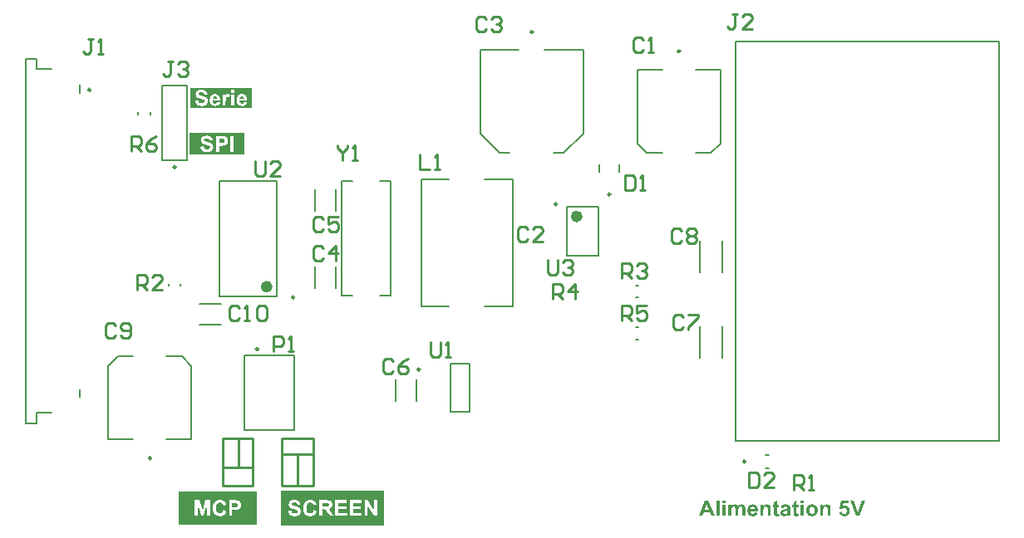
<source format=gto>
G04*
G04 #@! TF.GenerationSoftware,Altium Limited,Altium Designer,24.2.2 (26)*
G04*
G04 Layer_Color=65535*
%FSLAX25Y25*%
%MOIN*%
G70*
G04*
G04 #@! TF.SameCoordinates,A429EB9D-CF2C-4BE8-93C1-183C4CBB5CAF*
G04*
G04*
G04 #@! TF.FilePolarity,Positive*
G04*
G01*
G75*
%ADD10C,0.02362*%
%ADD11C,0.00984*%
%ADD12C,0.01000*%
%ADD13C,0.00787*%
G36*
X94957Y4539D02*
X63689D01*
Y17995D01*
X94957D01*
Y4539D01*
D02*
G37*
G36*
X314203Y13258D02*
X312991D01*
Y14378D01*
X314203D01*
Y13258D01*
D02*
G37*
G36*
X282864D02*
X281653D01*
Y14378D01*
X282864D01*
Y13258D01*
D02*
G37*
G36*
X289414Y12739D02*
X289533Y12720D01*
X289669Y12693D01*
X289806Y12657D01*
X289952Y12611D01*
X290089Y12538D01*
X290107Y12529D01*
X290143Y12502D01*
X290207Y12456D01*
X290289Y12393D01*
X290371Y12301D01*
X290462Y12201D01*
X290544Y12083D01*
X290617Y11937D01*
X290626Y11928D01*
X290635Y11882D01*
X290653Y11809D01*
X290681Y11709D01*
X290708Y11582D01*
X290726Y11418D01*
X290735Y11217D01*
X290744Y10989D01*
Y8074D01*
X289533D01*
Y10680D01*
Y10689D01*
Y10707D01*
Y10744D01*
Y10789D01*
X289524Y10908D01*
X289515Y11044D01*
X289506Y11190D01*
X289478Y11336D01*
X289451Y11463D01*
X289423Y11509D01*
X289405Y11554D01*
X289396Y11564D01*
X289369Y11600D01*
X289333Y11636D01*
X289278Y11691D01*
X289205Y11737D01*
X289114Y11782D01*
X289004Y11809D01*
X288886Y11819D01*
X288841D01*
X288795Y11809D01*
X288731Y11800D01*
X288658Y11782D01*
X288576Y11755D01*
X288485Y11718D01*
X288403Y11664D01*
X288394Y11655D01*
X288367Y11636D01*
X288330Y11600D01*
X288285Y11545D01*
X288230Y11481D01*
X288176Y11409D01*
X288130Y11317D01*
X288084Y11208D01*
Y11190D01*
X288066Y11153D01*
X288057Y11081D01*
X288039Y10980D01*
X288021Y10844D01*
X288012Y10680D01*
X287993Y10488D01*
Y10261D01*
Y8074D01*
X286782D01*
Y10571D01*
Y10580D01*
Y10598D01*
Y10634D01*
Y10680D01*
Y10789D01*
X286772Y10926D01*
X286763Y11072D01*
X286754Y11208D01*
X286736Y11336D01*
X286718Y11390D01*
X286709Y11427D01*
Y11436D01*
X286700Y11463D01*
X286681Y11500D01*
X286663Y11536D01*
X286599Y11636D01*
X286554Y11682D01*
X286508Y11718D01*
X286499Y11727D01*
X286481Y11737D01*
X286454Y11755D01*
X286417Y11773D01*
X286363Y11791D01*
X286299Y11800D01*
X286226Y11819D01*
X286098D01*
X286044Y11809D01*
X285980Y11800D01*
X285898Y11782D01*
X285816Y11755D01*
X285734Y11718D01*
X285643Y11664D01*
X285634Y11655D01*
X285607Y11636D01*
X285570Y11600D01*
X285525Y11554D01*
X285470Y11491D01*
X285415Y11418D01*
X285370Y11327D01*
X285324Y11226D01*
Y11217D01*
X285306Y11172D01*
X285297Y11099D01*
X285279Y11008D01*
X285260Y10871D01*
X285251Y10716D01*
X285233Y10516D01*
Y10288D01*
Y8074D01*
X284021D01*
Y12648D01*
X285133D01*
Y12019D01*
X285142Y12028D01*
X285160Y12046D01*
X285196Y12083D01*
X285242Y12137D01*
X285297Y12192D01*
X285361Y12247D01*
X285442Y12320D01*
X285534Y12383D01*
X285634Y12447D01*
X285743Y12520D01*
X285980Y12639D01*
X286117Y12684D01*
X286253Y12720D01*
X286399Y12739D01*
X286554Y12748D01*
X286627D01*
X286709Y12739D01*
X286809Y12730D01*
X286927Y12702D01*
X287055Y12675D01*
X287182Y12629D01*
X287310Y12566D01*
X287328Y12557D01*
X287365Y12529D01*
X287428Y12493D01*
X287501Y12429D01*
X287583Y12347D01*
X287674Y12256D01*
X287766Y12137D01*
X287847Y12010D01*
X287866Y12028D01*
X287902Y12074D01*
X287957Y12137D01*
X288039Y12219D01*
X288139Y12310D01*
X288248Y12402D01*
X288367Y12493D01*
X288494Y12566D01*
X288513Y12575D01*
X288558Y12593D01*
X288631Y12620D01*
X288722Y12657D01*
X288831Y12693D01*
X288959Y12720D01*
X289096Y12739D01*
X289241Y12748D01*
X289323D01*
X289414Y12739D01*
D02*
G37*
G36*
X323586D02*
X323686Y12730D01*
X323796Y12711D01*
X323914Y12684D01*
X324042Y12648D01*
X324169Y12602D01*
X324187Y12593D01*
X324224Y12575D01*
X324288Y12547D01*
X324360Y12502D01*
X324442Y12447D01*
X324524Y12383D01*
X324606Y12310D01*
X324679Y12229D01*
X324688Y12219D01*
X324707Y12192D01*
X324734Y12146D01*
X324770Y12083D01*
X324816Y12010D01*
X324852Y11919D01*
X324889Y11828D01*
X324916Y11718D01*
Y11709D01*
X324925Y11664D01*
X324943Y11600D01*
X324953Y11509D01*
X324971Y11400D01*
X324980Y11254D01*
X324989Y11099D01*
Y10908D01*
Y8074D01*
X323777D01*
Y10397D01*
Y10407D01*
Y10434D01*
Y10470D01*
Y10516D01*
Y10580D01*
Y10643D01*
X323768Y10798D01*
X323759Y10953D01*
X323741Y11117D01*
X323723Y11254D01*
X323714Y11308D01*
X323695Y11354D01*
Y11363D01*
X323677Y11390D01*
X323659Y11427D01*
X323632Y11481D01*
X323550Y11591D01*
X323504Y11646D01*
X323440Y11691D01*
X323431Y11700D01*
X323413Y11709D01*
X323376Y11727D01*
X323322Y11755D01*
X323258Y11782D01*
X323194Y11800D01*
X323112Y11809D01*
X323021Y11819D01*
X322967D01*
X322912Y11809D01*
X322839Y11800D01*
X322748Y11773D01*
X322657Y11746D01*
X322557Y11700D01*
X322456Y11646D01*
X322447Y11636D01*
X322420Y11618D01*
X322374Y11573D01*
X322320Y11527D01*
X322265Y11454D01*
X322210Y11381D01*
X322156Y11281D01*
X322119Y11181D01*
Y11172D01*
X322101Y11126D01*
X322092Y11053D01*
X322074Y10944D01*
X322065Y10880D01*
X322056Y10798D01*
X322046Y10716D01*
Y10616D01*
X322037Y10516D01*
X322028Y10397D01*
Y10270D01*
Y10133D01*
Y8074D01*
X320817D01*
Y12648D01*
X321937D01*
Y11973D01*
X321946Y11982D01*
X321965Y12010D01*
X322001Y12046D01*
X322046Y12092D01*
X322101Y12156D01*
X322174Y12219D01*
X322256Y12292D01*
X322347Y12365D01*
X322447Y12429D01*
X322566Y12502D01*
X322684Y12566D01*
X322821Y12629D01*
X322967Y12675D01*
X323112Y12711D01*
X323276Y12739D01*
X323440Y12748D01*
X323504D01*
X323586Y12739D01*
D02*
G37*
G36*
X299599D02*
X299700Y12730D01*
X299809Y12711D01*
X299927Y12684D01*
X300055Y12648D01*
X300183Y12602D01*
X300201Y12593D01*
X300237Y12575D01*
X300301Y12547D01*
X300374Y12502D01*
X300456Y12447D01*
X300538Y12383D01*
X300620Y12310D01*
X300693Y12229D01*
X300702Y12219D01*
X300720Y12192D01*
X300747Y12146D01*
X300784Y12083D01*
X300829Y12010D01*
X300866Y11919D01*
X300902Y11828D01*
X300929Y11718D01*
Y11709D01*
X300939Y11664D01*
X300957Y11600D01*
X300966Y11509D01*
X300984Y11400D01*
X300993Y11254D01*
X301002Y11099D01*
Y10908D01*
Y8074D01*
X299791D01*
Y10397D01*
Y10407D01*
Y10434D01*
Y10470D01*
Y10516D01*
Y10580D01*
Y10643D01*
X299782Y10798D01*
X299773Y10953D01*
X299754Y11117D01*
X299736Y11254D01*
X299727Y11308D01*
X299709Y11354D01*
Y11363D01*
X299691Y11390D01*
X299672Y11427D01*
X299645Y11481D01*
X299563Y11591D01*
X299517Y11646D01*
X299454Y11691D01*
X299445Y11700D01*
X299426Y11709D01*
X299390Y11727D01*
X299335Y11755D01*
X299271Y11782D01*
X299208Y11800D01*
X299126Y11809D01*
X299035Y11819D01*
X298980D01*
X298925Y11809D01*
X298852Y11800D01*
X298761Y11773D01*
X298670Y11746D01*
X298570Y11700D01*
X298470Y11646D01*
X298461Y11636D01*
X298433Y11618D01*
X298388Y11573D01*
X298333Y11527D01*
X298278Y11454D01*
X298224Y11381D01*
X298169Y11281D01*
X298133Y11181D01*
Y11172D01*
X298114Y11126D01*
X298105Y11053D01*
X298087Y10944D01*
X298078Y10880D01*
X298069Y10798D01*
X298060Y10716D01*
Y10616D01*
X298051Y10516D01*
X298042Y10397D01*
Y10270D01*
Y10133D01*
Y8074D01*
X296830D01*
Y12648D01*
X297951D01*
Y11973D01*
X297960Y11982D01*
X297978Y12010D01*
X298014Y12046D01*
X298060Y12092D01*
X298114Y12156D01*
X298187Y12219D01*
X298269Y12292D01*
X298360Y12365D01*
X298461Y12429D01*
X298579Y12502D01*
X298697Y12566D01*
X298834Y12629D01*
X298980Y12675D01*
X299126Y12711D01*
X299290Y12739D01*
X299454Y12748D01*
X299517D01*
X299599Y12739D01*
D02*
G37*
G36*
X336568Y8074D02*
X335192D01*
X332933Y14378D01*
X334309D01*
X335912Y9714D01*
X337452Y14378D01*
X338809D01*
X336568Y8074D01*
D02*
G37*
G36*
X332386Y13167D02*
X330100D01*
X329908Y12092D01*
X329918D01*
X329927Y12101D01*
X329981Y12128D01*
X330063Y12156D01*
X330164Y12201D01*
X330291Y12238D01*
X330428Y12265D01*
X330582Y12292D01*
X330737Y12301D01*
X330819D01*
X330874Y12292D01*
X330938Y12283D01*
X331020Y12274D01*
X331111Y12256D01*
X331211Y12229D01*
X331421Y12156D01*
X331539Y12110D01*
X331648Y12055D01*
X331767Y11982D01*
X331885Y11901D01*
X331995Y11809D01*
X332104Y11709D01*
X332113Y11700D01*
X332131Y11682D01*
X332159Y11646D01*
X332195Y11600D01*
X332231Y11545D01*
X332286Y11472D01*
X332332Y11390D01*
X332386Y11299D01*
X332441Y11199D01*
X332487Y11081D01*
X332541Y10953D01*
X332578Y10826D01*
X332614Y10680D01*
X332641Y10525D01*
X332660Y10361D01*
X332669Y10188D01*
Y10179D01*
Y10151D01*
Y10115D01*
X332660Y10060D01*
Y9987D01*
X332641Y9905D01*
X332632Y9814D01*
X332614Y9723D01*
X332559Y9505D01*
X332477Y9268D01*
X332423Y9140D01*
X332368Y9022D01*
X332295Y8903D01*
X332213Y8785D01*
X332204Y8776D01*
X332186Y8749D01*
X332149Y8712D01*
X332104Y8657D01*
X332040Y8594D01*
X331958Y8521D01*
X331867Y8448D01*
X331767Y8375D01*
X331648Y8293D01*
X331521Y8220D01*
X331384Y8147D01*
X331229Y8083D01*
X331065Y8029D01*
X330892Y7992D01*
X330701Y7965D01*
X330501Y7956D01*
X330419D01*
X330355Y7965D01*
X330282Y7974D01*
X330191Y7983D01*
X330100Y7992D01*
X329990Y8011D01*
X329772Y8065D01*
X329526Y8156D01*
X329407Y8202D01*
X329289Y8266D01*
X329180Y8338D01*
X329070Y8421D01*
X329061Y8430D01*
X329043Y8439D01*
X329016Y8466D01*
X328979Y8502D01*
X328943Y8557D01*
X328888Y8612D01*
X328842Y8676D01*
X328788Y8749D01*
X328724Y8840D01*
X328669Y8931D01*
X328569Y9149D01*
X328478Y9395D01*
X328451Y9532D01*
X328424Y9678D01*
X329626Y9805D01*
Y9787D01*
X329635Y9742D01*
X329653Y9659D01*
X329681Y9568D01*
X329717Y9468D01*
X329772Y9359D01*
X329845Y9259D01*
X329927Y9158D01*
X329936Y9149D01*
X329972Y9122D01*
X330027Y9086D01*
X330100Y9040D01*
X330182Y8995D01*
X330282Y8958D01*
X330400Y8931D01*
X330519Y8922D01*
X330537D01*
X330582Y8931D01*
X330655Y8940D01*
X330747Y8958D01*
X330847Y8995D01*
X330956Y9049D01*
X331065Y9131D01*
X331166Y9231D01*
X331175Y9250D01*
X331211Y9286D01*
X331248Y9359D01*
X331302Y9468D01*
X331348Y9596D01*
X331393Y9751D01*
X331421Y9942D01*
X331430Y10160D01*
Y10170D01*
Y10188D01*
Y10215D01*
Y10261D01*
X331421Y10361D01*
X331393Y10488D01*
X331366Y10634D01*
X331320Y10780D01*
X331257Y10917D01*
X331166Y11035D01*
X331156Y11044D01*
X331120Y11081D01*
X331056Y11126D01*
X330983Y11190D01*
X330883Y11245D01*
X330765Y11290D01*
X330628Y11327D01*
X330482Y11336D01*
X330428D01*
X330391Y11327D01*
X330300Y11308D01*
X330173Y11281D01*
X330027Y11226D01*
X329872Y11144D01*
X329790Y11090D01*
X329708Y11026D01*
X329626Y10953D01*
X329544Y10871D01*
X328569Y11008D01*
X329189Y14297D01*
X332386D01*
Y13167D01*
D02*
G37*
G36*
X314203Y8074D02*
X312991D01*
Y12648D01*
X314203D01*
Y8074D01*
D02*
G37*
G36*
X307142Y12739D02*
X307215D01*
X307398Y12720D01*
X307589Y12702D01*
X307789Y12666D01*
X307981Y12611D01*
X308063Y12584D01*
X308145Y12547D01*
X308154D01*
X308163Y12538D01*
X308208Y12511D01*
X308281Y12474D01*
X308363Y12420D01*
X308464Y12347D01*
X308555Y12265D01*
X308636Y12165D01*
X308709Y12065D01*
X308718Y12046D01*
X308737Y12010D01*
X308764Y11928D01*
X308773Y11882D01*
X308791Y11819D01*
X308810Y11755D01*
X308819Y11673D01*
X308837Y11582D01*
X308846Y11481D01*
X308855Y11372D01*
X308864Y11254D01*
X308873Y11126D01*
Y10980D01*
X308855Y9568D01*
Y9559D01*
Y9541D01*
Y9514D01*
Y9468D01*
Y9359D01*
X308864Y9231D01*
Y9086D01*
X308882Y8940D01*
X308892Y8794D01*
X308910Y8676D01*
Y8666D01*
X308919Y8630D01*
X308937Y8566D01*
X308955Y8493D01*
X308992Y8402D01*
X309028Y8302D01*
X309074Y8193D01*
X309128Y8074D01*
X307935D01*
Y8083D01*
X307926Y8093D01*
X307917Y8129D01*
X307899Y8165D01*
X307880Y8211D01*
X307862Y8275D01*
X307844Y8348D01*
X307817Y8430D01*
Y8439D01*
X307807Y8448D01*
X307798Y8484D01*
X307780Y8530D01*
X307771Y8566D01*
X307753Y8557D01*
X307716Y8521D01*
X307653Y8466D01*
X307571Y8402D01*
X307470Y8329D01*
X307361Y8247D01*
X307234Y8184D01*
X307106Y8120D01*
X307088Y8111D01*
X307042Y8102D01*
X306969Y8074D01*
X306878Y8047D01*
X306769Y8020D01*
X306641Y8002D01*
X306496Y7983D01*
X306350Y7974D01*
X306286D01*
X306231Y7983D01*
X306177D01*
X306104Y7992D01*
X305949Y8020D01*
X305767Y8065D01*
X305585Y8129D01*
X305402Y8220D01*
X305239Y8348D01*
Y8357D01*
X305220Y8366D01*
X305175Y8421D01*
X305111Y8502D01*
X305038Y8612D01*
X304965Y8749D01*
X304901Y8912D01*
X304856Y9104D01*
X304847Y9204D01*
X304838Y9313D01*
Y9331D01*
Y9377D01*
X304847Y9450D01*
X304865Y9541D01*
X304883Y9650D01*
X304911Y9760D01*
X304956Y9878D01*
X305020Y9997D01*
X305029Y10015D01*
X305056Y10051D01*
X305093Y10106D01*
X305156Y10170D01*
X305220Y10243D01*
X305311Y10324D01*
X305412Y10397D01*
X305530Y10461D01*
X305548Y10470D01*
X305594Y10488D01*
X305667Y10516D01*
X305776Y10561D01*
X305913Y10607D01*
X306077Y10652D01*
X306277Y10698D01*
X306496Y10744D01*
X306505D01*
X306532Y10753D01*
X306578Y10762D01*
X306632Y10771D01*
X306705Y10780D01*
X306787Y10798D01*
X306969Y10844D01*
X307161Y10889D01*
X307361Y10935D01*
X307534Y10989D01*
X307616Y11017D01*
X307680Y11044D01*
Y11163D01*
Y11181D01*
Y11217D01*
X307671Y11281D01*
X307662Y11363D01*
X307634Y11445D01*
X307607Y11527D01*
X307562Y11600D01*
X307498Y11664D01*
X307489Y11673D01*
X307461Y11691D01*
X307416Y11709D01*
X307352Y11746D01*
X307261Y11773D01*
X307152Y11791D01*
X307015Y11809D01*
X306851Y11819D01*
X306796D01*
X306742Y11809D01*
X306669Y11800D01*
X306587Y11782D01*
X306496Y11764D01*
X306414Y11727D01*
X306341Y11682D01*
X306332Y11673D01*
X306313Y11655D01*
X306277Y11627D01*
X306241Y11582D01*
X306186Y11518D01*
X306140Y11436D01*
X306095Y11345D01*
X306049Y11236D01*
X304965Y11436D01*
Y11445D01*
X304974Y11463D01*
X304983Y11500D01*
X305002Y11545D01*
X305020Y11600D01*
X305047Y11664D01*
X305111Y11809D01*
X305202Y11964D01*
X305311Y12128D01*
X305439Y12283D01*
X305594Y12420D01*
X305603D01*
X305612Y12438D01*
X305639Y12447D01*
X305676Y12474D01*
X305731Y12493D01*
X305785Y12520D01*
X305858Y12557D01*
X305931Y12584D01*
X306022Y12611D01*
X306122Y12648D01*
X306231Y12675D01*
X306359Y12693D01*
X306487Y12720D01*
X306632Y12730D01*
X306778Y12748D01*
X307079D01*
X307142Y12739D01*
D02*
G37*
G36*
X282864Y8074D02*
X281653D01*
Y12648D01*
X282864D01*
Y8074D01*
D02*
G37*
G36*
X280414D02*
X279202D01*
Y14378D01*
X280414D01*
Y8074D01*
D02*
G37*
G36*
X278537D02*
X277162D01*
X276615Y9505D01*
X274082D01*
X273563Y8074D01*
X272215D01*
X274656Y14378D01*
X276005D01*
X278537Y8074D01*
D02*
G37*
G36*
X317692Y12739D02*
X317783Y12730D01*
X317883Y12711D01*
X318002Y12693D01*
X318120Y12666D01*
X318257Y12629D01*
X318393Y12584D01*
X318530Y12529D01*
X318676Y12465D01*
X318822Y12383D01*
X318958Y12292D01*
X319095Y12192D01*
X319222Y12074D01*
X319232Y12065D01*
X319250Y12046D01*
X319286Y12001D01*
X319323Y11955D01*
X319377Y11882D01*
X319432Y11809D01*
X319496Y11709D01*
X319559Y11609D01*
X319614Y11491D01*
X319678Y11363D01*
X319732Y11217D01*
X319787Y11072D01*
X319824Y10908D01*
X319860Y10744D01*
X319878Y10561D01*
X319887Y10370D01*
Y10361D01*
Y10324D01*
Y10270D01*
X319878Y10197D01*
X319869Y10106D01*
X319851Y10006D01*
X319833Y9887D01*
X319805Y9769D01*
X319769Y9632D01*
X319723Y9495D01*
X319669Y9350D01*
X319605Y9204D01*
X319523Y9058D01*
X319432Y8922D01*
X319332Y8785D01*
X319213Y8648D01*
X319204Y8639D01*
X319186Y8621D01*
X319149Y8585D01*
X319095Y8539D01*
X319031Y8493D01*
X318949Y8439D01*
X318858Y8375D01*
X318758Y8311D01*
X318639Y8247D01*
X318512Y8184D01*
X318375Y8129D01*
X318220Y8083D01*
X318065Y8038D01*
X317892Y8002D01*
X317719Y7983D01*
X317528Y7974D01*
X317464D01*
X317419Y7983D01*
X317364D01*
X317300Y7992D01*
X317145Y8011D01*
X316954Y8047D01*
X316754Y8093D01*
X316544Y8165D01*
X316325Y8257D01*
X316316D01*
X316298Y8266D01*
X316271Y8284D01*
X316234Y8311D01*
X316134Y8375D01*
X316006Y8466D01*
X315870Y8585D01*
X315724Y8730D01*
X315587Y8894D01*
X315460Y9086D01*
Y9095D01*
X315451Y9113D01*
X315433Y9140D01*
X315414Y9186D01*
X315396Y9240D01*
X315369Y9304D01*
X315341Y9377D01*
X315314Y9459D01*
X315287Y9550D01*
X315260Y9650D01*
X315214Y9878D01*
X315177Y10142D01*
X315168Y10425D01*
Y10434D01*
Y10452D01*
Y10488D01*
X315177Y10525D01*
Y10580D01*
X315187Y10643D01*
X315205Y10798D01*
X315241Y10971D01*
X315296Y11163D01*
X315360Y11372D01*
X315460Y11582D01*
Y11591D01*
X315478Y11609D01*
X315487Y11636D01*
X315515Y11673D01*
X315587Y11773D01*
X315679Y11901D01*
X315797Y12037D01*
X315943Y12183D01*
X316107Y12320D01*
X316298Y12447D01*
X316307D01*
X316325Y12456D01*
X316353Y12474D01*
X316398Y12493D01*
X316444Y12520D01*
X316508Y12538D01*
X316581Y12566D01*
X316653Y12602D01*
X316835Y12657D01*
X317045Y12702D01*
X317273Y12739D01*
X317519Y12748D01*
X317619D01*
X317692Y12739D01*
D02*
G37*
G36*
X311333Y12648D02*
X312162D01*
Y11682D01*
X311333D01*
Y9833D01*
Y9824D01*
Y9805D01*
Y9778D01*
Y9742D01*
Y9650D01*
Y9541D01*
X311342Y9432D01*
Y9322D01*
Y9240D01*
X311351Y9204D01*
Y9186D01*
X311360Y9167D01*
X311379Y9131D01*
X311406Y9086D01*
X311461Y9031D01*
X311479Y9022D01*
X311515Y9004D01*
X311579Y8985D01*
X311661Y8976D01*
X311698D01*
X311734Y8985D01*
X311789Y8995D01*
X311861Y9004D01*
X311944Y9022D01*
X312044Y9049D01*
X312153Y9086D01*
X312262Y8147D01*
X312253D01*
X312244Y8138D01*
X312189Y8120D01*
X312098Y8093D01*
X311980Y8065D01*
X311843Y8029D01*
X311679Y8002D01*
X311497Y7983D01*
X311306Y7974D01*
X311251D01*
X311187Y7983D01*
X311105Y7992D01*
X311014Y8002D01*
X310914Y8020D01*
X310814Y8047D01*
X310714Y8083D01*
X310704Y8093D01*
X310668Y8102D01*
X310623Y8129D01*
X310568Y8156D01*
X310440Y8247D01*
X310377Y8302D01*
X310322Y8366D01*
X310313Y8375D01*
X310304Y8402D01*
X310285Y8439D01*
X310258Y8493D01*
X310231Y8557D01*
X310204Y8639D01*
X310176Y8730D01*
X310158Y8830D01*
Y8840D01*
X310149Y8876D01*
Y8931D01*
X310140Y9022D01*
X310131Y9140D01*
Y9286D01*
X310121Y9368D01*
Y9468D01*
Y9568D01*
Y9687D01*
Y11682D01*
X309566D01*
Y12648D01*
X310121D01*
Y13559D01*
X311333Y14269D01*
Y12648D01*
D02*
G37*
G36*
X303499D02*
X304328D01*
Y11682D01*
X303499D01*
Y9833D01*
Y9824D01*
Y9805D01*
Y9778D01*
Y9742D01*
Y9650D01*
Y9541D01*
X303508Y9432D01*
Y9322D01*
Y9240D01*
X303517Y9204D01*
Y9186D01*
X303526Y9167D01*
X303544Y9131D01*
X303571Y9086D01*
X303626Y9031D01*
X303644Y9022D01*
X303681Y9004D01*
X303745Y8985D01*
X303826Y8976D01*
X303863D01*
X303899Y8985D01*
X303954Y8995D01*
X304027Y9004D01*
X304109Y9022D01*
X304209Y9049D01*
X304318Y9086D01*
X304428Y8147D01*
X304419D01*
X304410Y8138D01*
X304355Y8120D01*
X304264Y8093D01*
X304145Y8065D01*
X304009Y8029D01*
X303845Y8002D01*
X303662Y7983D01*
X303471Y7974D01*
X303416D01*
X303353Y7983D01*
X303271Y7992D01*
X303180Y8002D01*
X303079Y8020D01*
X302979Y8047D01*
X302879Y8083D01*
X302870Y8093D01*
X302834Y8102D01*
X302788Y8129D01*
X302733Y8156D01*
X302606Y8247D01*
X302542Y8302D01*
X302487Y8366D01*
X302478Y8375D01*
X302469Y8402D01*
X302451Y8439D01*
X302424Y8493D01*
X302396Y8557D01*
X302369Y8639D01*
X302342Y8730D01*
X302323Y8830D01*
Y8840D01*
X302314Y8876D01*
Y8931D01*
X302305Y9022D01*
X302296Y9140D01*
Y9286D01*
X302287Y9368D01*
Y9468D01*
Y9568D01*
Y9687D01*
Y11682D01*
X301731D01*
Y12648D01*
X302287D01*
Y13559D01*
X303499Y14269D01*
Y12648D01*
D02*
G37*
G36*
X293851Y12739D02*
X293933Y12730D01*
X294033Y12711D01*
X294143Y12693D01*
X294261Y12666D01*
X294389Y12629D01*
X294516Y12584D01*
X294653Y12529D01*
X294789Y12456D01*
X294917Y12383D01*
X295044Y12292D01*
X295172Y12183D01*
X295281Y12065D01*
X295290Y12055D01*
X295309Y12037D01*
X295336Y11992D01*
X295372Y11937D01*
X295418Y11864D01*
X295463Y11782D01*
X295518Y11673D01*
X295573Y11554D01*
X295627Y11418D01*
X295682Y11263D01*
X295728Y11099D01*
X295773Y10908D01*
X295810Y10707D01*
X295837Y10488D01*
X295855Y10261D01*
Y10006D01*
X292831D01*
Y9997D01*
Y9978D01*
Y9951D01*
X292840Y9915D01*
X292849Y9824D01*
X292867Y9696D01*
X292904Y9568D01*
X292958Y9423D01*
X293022Y9286D01*
X293113Y9167D01*
X293122Y9158D01*
X293168Y9122D01*
X293222Y9076D01*
X293304Y9022D01*
X293405Y8967D01*
X293532Y8922D01*
X293669Y8885D01*
X293815Y8876D01*
X293860D01*
X293915Y8885D01*
X293979Y8894D01*
X294051Y8912D01*
X294133Y8940D01*
X294215Y8976D01*
X294288Y9031D01*
X294297Y9040D01*
X294325Y9058D01*
X294361Y9095D01*
X294398Y9149D01*
X294452Y9222D01*
X294498Y9304D01*
X294543Y9414D01*
X294589Y9532D01*
X295791Y9331D01*
Y9322D01*
X295782Y9304D01*
X295764Y9268D01*
X295746Y9222D01*
X295719Y9167D01*
X295691Y9104D01*
X295609Y8958D01*
X295509Y8794D01*
X295381Y8621D01*
X295227Y8466D01*
X295054Y8320D01*
X295044D01*
X295035Y8302D01*
X294999Y8293D01*
X294962Y8266D01*
X294917Y8238D01*
X294853Y8211D01*
X294789Y8184D01*
X294707Y8147D01*
X294525Y8083D01*
X294316Y8029D01*
X294070Y7992D01*
X293806Y7974D01*
X293751D01*
X293696Y7983D01*
X293614D01*
X293514Y8002D01*
X293395Y8020D01*
X293268Y8038D01*
X293140Y8074D01*
X292995Y8111D01*
X292849Y8165D01*
X292703Y8229D01*
X292557Y8302D01*
X292412Y8393D01*
X292275Y8493D01*
X292157Y8612D01*
X292038Y8749D01*
X292029Y8758D01*
X292020Y8776D01*
X292002Y8812D01*
X291965Y8858D01*
X291938Y8922D01*
X291901Y8995D01*
X291856Y9076D01*
X291820Y9177D01*
X291774Y9286D01*
X291738Y9404D01*
X291692Y9532D01*
X291665Y9678D01*
X291637Y9824D01*
X291610Y9978D01*
X291601Y10151D01*
X291592Y10324D01*
Y10334D01*
Y10370D01*
Y10434D01*
X291601Y10516D01*
X291610Y10607D01*
X291619Y10716D01*
X291637Y10835D01*
X291665Y10971D01*
X291738Y11254D01*
X291783Y11400D01*
X291838Y11554D01*
X291911Y11700D01*
X291993Y11837D01*
X292084Y11973D01*
X292184Y12101D01*
X292193Y12110D01*
X292211Y12128D01*
X292248Y12165D01*
X292293Y12201D01*
X292348Y12247D01*
X292421Y12301D01*
X292503Y12365D01*
X292594Y12429D01*
X292694Y12484D01*
X292812Y12547D01*
X292931Y12602D01*
X293068Y12648D01*
X293204Y12684D01*
X293359Y12720D01*
X293514Y12739D01*
X293678Y12748D01*
X293778D01*
X293851Y12739D01*
D02*
G37*
G36*
X89868Y153171D02*
X67978D01*
Y161789D01*
X89868D01*
Y153171D01*
D02*
G37*
G36*
X92940Y171923D02*
X68200D01*
Y179993D01*
X92940D01*
Y171923D01*
D02*
G37*
G36*
X145886Y4377D02*
X104673D01*
Y18157D01*
X145886D01*
Y4377D01*
D02*
G37*
%LPC*%
G36*
X80234Y14533D02*
X80124D01*
X79888Y14524D01*
X79651Y14496D01*
X79441Y14451D01*
X79232Y14396D01*
X79049Y14332D01*
X78867Y14259D01*
X78712Y14177D01*
X78567Y14096D01*
X78430Y14014D01*
X78321Y13931D01*
X78220Y13859D01*
X78139Y13795D01*
X78075Y13740D01*
X78029Y13695D01*
X78002Y13667D01*
X77993Y13658D01*
X77847Y13485D01*
X77729Y13303D01*
X77619Y13112D01*
X77528Y12911D01*
X77446Y12702D01*
X77382Y12501D01*
X77328Y12301D01*
X77282Y12110D01*
X77246Y11918D01*
X77227Y11754D01*
X77209Y11599D01*
X77191Y11472D01*
Y11362D01*
X77182Y11281D01*
Y11208D01*
X77191Y10934D01*
X77218Y10679D01*
X77255Y10433D01*
X77310Y10215D01*
X77364Y10005D01*
X77437Y9805D01*
X77510Y9632D01*
X77583Y9477D01*
X77656Y9331D01*
X77729Y9203D01*
X77801Y9103D01*
X77856Y9012D01*
X77911Y8948D01*
X77947Y8894D01*
X77974Y8866D01*
X77984Y8857D01*
X78139Y8702D01*
X78303Y8575D01*
X78476Y8456D01*
X78649Y8365D01*
X78822Y8283D01*
X78995Y8210D01*
X79159Y8156D01*
X79314Y8110D01*
X79469Y8074D01*
X79605Y8046D01*
X79733Y8028D01*
X79833Y8019D01*
X79924Y8010D01*
X79988Y8001D01*
X80042D01*
X80234Y8010D01*
X80407Y8019D01*
X80580Y8046D01*
X80735Y8083D01*
X80881Y8119D01*
X81017Y8156D01*
X81145Y8201D01*
X81263Y8256D01*
X81363Y8302D01*
X81455Y8347D01*
X81537Y8383D01*
X81600Y8420D01*
X81655Y8456D01*
X81691Y8484D01*
X81710Y8493D01*
X81719Y8502D01*
X81837Y8602D01*
X81946Y8711D01*
X82147Y8958D01*
X82311Y9212D01*
X82438Y9459D01*
X82493Y9577D01*
X82539Y9686D01*
X82575Y9787D01*
X82612Y9868D01*
X82639Y9941D01*
X82657Y9996D01*
X82666Y10032D01*
Y10041D01*
X81427Y10424D01*
X81354Y10178D01*
X81272Y9969D01*
X81190Y9796D01*
X81099Y9650D01*
X81026Y9540D01*
X80963Y9468D01*
X80917Y9422D01*
X80899Y9404D01*
X80753Y9295D01*
X80607Y9222D01*
X80462Y9167D01*
X80334Y9121D01*
X80216Y9103D01*
X80115Y9094D01*
X80079Y9085D01*
X80033D01*
X79906Y9094D01*
X79787Y9103D01*
X79569Y9167D01*
X79378Y9240D01*
X79223Y9340D01*
X79095Y9431D01*
X79004Y9504D01*
X78967Y9540D01*
X78940Y9568D01*
X78931Y9577D01*
X78922Y9586D01*
X78849Y9686D01*
X78785Y9805D01*
X78722Y9932D01*
X78676Y10069D01*
X78603Y10351D01*
X78549Y10634D01*
X78530Y10770D01*
X78521Y10889D01*
X78503Y11007D01*
Y11107D01*
X78494Y11180D01*
Y11244D01*
Y11290D01*
Y11299D01*
X78503Y11508D01*
X78512Y11700D01*
X78530Y11873D01*
X78558Y12037D01*
X78594Y12182D01*
X78631Y12319D01*
X78667Y12438D01*
X78712Y12547D01*
X78749Y12638D01*
X78785Y12720D01*
X78822Y12784D01*
X78858Y12838D01*
X78886Y12884D01*
X78904Y12911D01*
X78922Y12929D01*
Y12938D01*
X79004Y13030D01*
X79095Y13112D01*
X79186Y13175D01*
X79286Y13230D01*
X79478Y13321D01*
X79660Y13385D01*
X79815Y13421D01*
X79888Y13431D01*
X79942Y13440D01*
X79997Y13449D01*
X80061D01*
X80243Y13440D01*
X80407Y13403D01*
X80553Y13358D01*
X80680Y13303D01*
X80780Y13248D01*
X80853Y13203D01*
X80899Y13166D01*
X80917Y13157D01*
X81036Y13048D01*
X81145Y12920D01*
X81227Y12793D01*
X81291Y12665D01*
X81336Y12556D01*
X81363Y12474D01*
X81382Y12438D01*
Y12410D01*
X81391Y12401D01*
Y12392D01*
X82648Y12693D01*
X82557Y12957D01*
X82457Y13184D01*
X82347Y13385D01*
X82247Y13549D01*
X82147Y13676D01*
X82111Y13731D01*
X82074Y13777D01*
X82047Y13804D01*
X82019Y13831D01*
X82010Y13849D01*
X82001D01*
X81865Y13968D01*
X81710Y14077D01*
X81564Y14168D01*
X81409Y14241D01*
X81245Y14314D01*
X81090Y14369D01*
X80935Y14414D01*
X80790Y14451D01*
X80653Y14478D01*
X80525Y14496D01*
X80416Y14514D01*
X80316Y14524D01*
X80234Y14533D01*
D02*
G37*
G36*
X76116Y14414D02*
X74203D01*
X73083Y10105D01*
X71953Y14414D01*
X70049D01*
Y8110D01*
X71224D01*
Y13066D01*
X72463Y8110D01*
X73693D01*
X74932Y13066D01*
X74941Y8110D01*
X76116D01*
Y14414D01*
D02*
G37*
G36*
X86092D02*
X83768D01*
Y8110D01*
X85044D01*
Y10488D01*
X86173D01*
X86310Y10497D01*
X86438D01*
X86556Y10506D01*
X86665Y10515D01*
X86766Y10524D01*
X86848Y10533D01*
X86930D01*
X86993Y10543D01*
X87057Y10552D01*
X87103Y10561D01*
X87139D01*
X87167Y10570D01*
X87185D01*
X87312Y10606D01*
X87431Y10652D01*
X87540Y10697D01*
X87640Y10752D01*
X87722Y10798D01*
X87786Y10834D01*
X87823Y10861D01*
X87841Y10871D01*
X87959Y10962D01*
X88059Y11062D01*
X88160Y11171D01*
X88232Y11262D01*
X88296Y11353D01*
X88342Y11426D01*
X88369Y11472D01*
X88378Y11490D01*
X88451Y11645D01*
X88506Y11809D01*
X88542Y11982D01*
X88569Y12137D01*
X88588Y12264D01*
Y12328D01*
X88597Y12374D01*
Y12474D01*
X88579Y12738D01*
X88542Y12984D01*
X88478Y13184D01*
X88415Y13367D01*
X88378Y13440D01*
X88342Y13503D01*
X88314Y13558D01*
X88278Y13613D01*
X88260Y13649D01*
X88241Y13676D01*
X88223Y13686D01*
Y13695D01*
X88077Y13859D01*
X87932Y13995D01*
X87777Y14105D01*
X87640Y14187D01*
X87513Y14241D01*
X87413Y14287D01*
X87376Y14296D01*
X87349Y14305D01*
X87331Y14314D01*
X87321D01*
X87248Y14332D01*
X87157Y14351D01*
X87048Y14360D01*
X86939Y14369D01*
X86684Y14387D01*
X86429Y14405D01*
X86192D01*
X86092Y14414D01*
D02*
G37*
%LPD*%
G36*
X86082Y13339D02*
X86164D01*
X86246Y13330D01*
X86365D01*
X86456Y13321D01*
X86520Y13312D01*
X86556Y13303D01*
X86565D01*
X86675Y13276D01*
X86775Y13239D01*
X86866Y13194D01*
X86939Y13139D01*
X86993Y13093D01*
X87039Y13057D01*
X87066Y13030D01*
X87075Y13021D01*
X87148Y12929D01*
X87194Y12838D01*
X87230Y12738D01*
X87258Y12647D01*
X87276Y12565D01*
X87285Y12501D01*
Y12465D01*
Y12447D01*
X87276Y12346D01*
X87267Y12255D01*
X87239Y12173D01*
X87212Y12100D01*
X87185Y12037D01*
X87167Y11991D01*
X87148Y11964D01*
X87139Y11955D01*
X87085Y11882D01*
X87012Y11818D01*
X86948Y11763D01*
X86884Y11718D01*
X86830Y11690D01*
X86784Y11663D01*
X86747Y11654D01*
X86738Y11645D01*
X86684Y11627D01*
X86620Y11618D01*
X86474Y11590D01*
X86310Y11572D01*
X86146Y11563D01*
X85982D01*
X85918Y11554D01*
X85044D01*
Y13349D01*
X85991D01*
X86082Y13339D01*
D02*
G37*
%LPC*%
G36*
X307680Y10261D02*
X307671D01*
X307634Y10243D01*
X307580Y10233D01*
X307498Y10206D01*
X307398Y10179D01*
X307261Y10142D01*
X307115Y10106D01*
X306933Y10069D01*
X306915D01*
X306887Y10060D01*
X306851Y10051D01*
X306769Y10033D01*
X306660Y10006D01*
X306550Y9978D01*
X306441Y9942D01*
X306350Y9896D01*
X306277Y9860D01*
X306268Y9851D01*
X306241Y9833D01*
X306204Y9796D01*
X306168Y9751D01*
X306122Y9687D01*
X306086Y9614D01*
X306058Y9532D01*
X306049Y9441D01*
Y9432D01*
Y9395D01*
X306058Y9350D01*
X306077Y9295D01*
X306095Y9222D01*
X306122Y9149D01*
X306168Y9076D01*
X306231Y9004D01*
X306241Y8995D01*
X306268Y8976D01*
X306304Y8949D01*
X306368Y8912D01*
X306432Y8876D01*
X306514Y8849D01*
X306614Y8830D01*
X306714Y8821D01*
X306769D01*
X306833Y8830D01*
X306915Y8849D01*
X307015Y8876D01*
X307115Y8912D01*
X307234Y8958D01*
X307343Y9031D01*
X307352Y9040D01*
X307379Y9058D01*
X307416Y9095D01*
X307461Y9140D01*
X307507Y9204D01*
X307552Y9268D01*
X307598Y9350D01*
X307625Y9432D01*
Y9441D01*
X307634Y9459D01*
X307644Y9505D01*
X307653Y9559D01*
X307662Y9641D01*
X307671Y9742D01*
X307680Y9869D01*
Y10015D01*
Y10261D01*
D02*
G37*
G36*
X275321Y12912D02*
X274465Y10571D01*
X276205D01*
X275321Y12912D01*
D02*
G37*
G36*
X317528Y11764D02*
X317482D01*
X317446Y11755D01*
X317364Y11746D01*
X317255Y11718D01*
X317127Y11673D01*
X316990Y11609D01*
X316854Y11518D01*
X316726Y11400D01*
X316717Y11381D01*
X316681Y11336D01*
X316626Y11245D01*
X316571Y11135D01*
X316508Y10989D01*
X316462Y10807D01*
X316426Y10598D01*
X316407Y10361D01*
Y10352D01*
Y10334D01*
Y10297D01*
X316417Y10252D01*
Y10188D01*
X316426Y10124D01*
X316444Y9978D01*
X316489Y9805D01*
X316544Y9632D01*
X316617Y9459D01*
X316726Y9313D01*
X316744Y9295D01*
X316781Y9259D01*
X316854Y9204D01*
X316954Y9140D01*
X317063Y9067D01*
X317200Y9013D01*
X317355Y8976D01*
X317528Y8958D01*
X317573D01*
X317610Y8967D01*
X317692Y8976D01*
X317801Y9004D01*
X317929Y9049D01*
X318065Y9104D01*
X318193Y9195D01*
X318320Y9313D01*
X318339Y9331D01*
X318375Y9377D01*
X318421Y9468D01*
X318484Y9578D01*
X318548Y9732D01*
X318594Y9905D01*
X318630Y10124D01*
X318648Y10361D01*
Y10370D01*
Y10388D01*
Y10425D01*
X318639Y10470D01*
Y10525D01*
X318630Y10598D01*
X318612Y10744D01*
X318566Y10908D01*
X318512Y11081D01*
X318430Y11254D01*
X318320Y11400D01*
X318302Y11418D01*
X318266Y11454D01*
X318193Y11518D01*
X318102Y11582D01*
X317983Y11646D01*
X317856Y11709D01*
X317701Y11746D01*
X317528Y11764D01*
D02*
G37*
G36*
X293751Y11819D02*
X293687D01*
X293614Y11800D01*
X293523Y11782D01*
X293423Y11746D01*
X293314Y11700D01*
X293204Y11627D01*
X293104Y11527D01*
X293095Y11518D01*
X293068Y11472D01*
X293022Y11409D01*
X292976Y11317D01*
X292922Y11208D01*
X292885Y11072D01*
X292858Y10917D01*
X292849Y10744D01*
X294653D01*
Y10753D01*
Y10771D01*
Y10789D01*
X294644Y10826D01*
X294635Y10926D01*
X294616Y11035D01*
X294580Y11163D01*
X294534Y11299D01*
X294461Y11427D01*
X294379Y11536D01*
X294370Y11545D01*
X294334Y11582D01*
X294279Y11627D01*
X294206Y11682D01*
X294115Y11727D01*
X294006Y11773D01*
X293887Y11809D01*
X293751Y11819D01*
D02*
G37*
G36*
X74905Y160751D02*
X74796D01*
X74532Y160742D01*
X74295Y160714D01*
X74085Y160678D01*
X73903Y160642D01*
X73821Y160614D01*
X73748Y160596D01*
X73694Y160578D01*
X73639Y160559D01*
X73602Y160541D01*
X73575Y160532D01*
X73557Y160523D01*
X73548D01*
X73366Y160432D01*
X73211Y160332D01*
X73074Y160222D01*
X72965Y160122D01*
X72874Y160031D01*
X72819Y159958D01*
X72773Y159904D01*
X72764Y159895D01*
Y159885D01*
X72673Y159731D01*
X72610Y159566D01*
X72564Y159412D01*
X72537Y159275D01*
X72518Y159157D01*
X72500Y159065D01*
Y159029D01*
Y159002D01*
Y158993D01*
Y158984D01*
X72509Y158847D01*
X72528Y158710D01*
X72555Y158592D01*
X72591Y158473D01*
X72682Y158255D01*
X72792Y158063D01*
X72837Y157981D01*
X72892Y157918D01*
X72938Y157854D01*
X72983Y157799D01*
X73019Y157763D01*
X73047Y157735D01*
X73065Y157717D01*
X73074Y157708D01*
X73156Y157644D01*
X73256Y157580D01*
X73357Y157517D01*
X73475Y157462D01*
X73703Y157353D01*
X73940Y157262D01*
X74058Y157225D01*
X74158Y157189D01*
X74259Y157161D01*
X74340Y157134D01*
X74404Y157116D01*
X74459Y157098D01*
X74495Y157089D01*
X74504D01*
X74650Y157052D01*
X74778Y157016D01*
X74896Y156988D01*
X75006Y156961D01*
X75097Y156934D01*
X75179Y156915D01*
X75252Y156888D01*
X75315Y156870D01*
X75370Y156861D01*
X75415Y156843D01*
X75479Y156824D01*
X75516Y156806D01*
X75525D01*
X75643Y156761D01*
X75734Y156715D01*
X75816Y156669D01*
X75880Y156624D01*
X75926Y156588D01*
X75953Y156560D01*
X75971Y156542D01*
X75980Y156533D01*
X76026Y156469D01*
X76062Y156405D01*
X76081Y156342D01*
X76099Y156287D01*
X76108Y156232D01*
X76117Y156187D01*
Y156159D01*
Y156150D01*
X76108Y156023D01*
X76071Y155913D01*
X76017Y155804D01*
X75962Y155713D01*
X75898Y155640D01*
X75853Y155585D01*
X75816Y155549D01*
X75798Y155540D01*
X75670Y155458D01*
X75525Y155394D01*
X75370Y155349D01*
X75224Y155321D01*
X75087Y155303D01*
X74978Y155285D01*
X74878D01*
X74668Y155294D01*
X74486Y155330D01*
X74331Y155376D01*
X74195Y155431D01*
X74085Y155485D01*
X74013Y155531D01*
X73967Y155567D01*
X73949Y155576D01*
X73830Y155704D01*
X73739Y155841D01*
X73657Y155995D01*
X73602Y156150D01*
X73557Y156287D01*
X73521Y156396D01*
X73511Y156433D01*
Y156469D01*
X73502Y156487D01*
Y156496D01*
X72263Y156378D01*
X72291Y156187D01*
X72327Y156005D01*
X72382Y155831D01*
X72427Y155676D01*
X72491Y155531D01*
X72555Y155394D01*
X72619Y155276D01*
X72682Y155166D01*
X72746Y155075D01*
X72810Y154993D01*
X72865Y154920D01*
X72919Y154857D01*
X72956Y154811D01*
X72992Y154784D01*
X73010Y154765D01*
X73019Y154756D01*
X73147Y154656D01*
X73284Y154574D01*
X73430Y154501D01*
X73584Y154438D01*
X73730Y154392D01*
X73885Y154347D01*
X74186Y154283D01*
X74322Y154255D01*
X74450Y154237D01*
X74559Y154228D01*
X74659Y154219D01*
X74741Y154210D01*
X74860D01*
X75151Y154219D01*
X75415Y154246D01*
X75652Y154283D01*
X75753Y154301D01*
X75853Y154328D01*
X75935Y154347D01*
X76008Y154365D01*
X76071Y154383D01*
X76126Y154401D01*
X76172Y154419D01*
X76199Y154429D01*
X76217Y154438D01*
X76226D01*
X76427Y154538D01*
X76591Y154647D01*
X76745Y154756D01*
X76864Y154875D01*
X76955Y154975D01*
X77028Y155066D01*
X77064Y155121D01*
X77083Y155130D01*
Y155139D01*
X77183Y155321D01*
X77265Y155494D01*
X77319Y155667D01*
X77356Y155831D01*
X77374Y155959D01*
X77383Y156023D01*
X77392Y156068D01*
Y156159D01*
X77383Y156378D01*
X77356Y156569D01*
X77310Y156742D01*
X77265Y156888D01*
X77219Y157007D01*
X77174Y157089D01*
X77146Y157143D01*
X77137Y157161D01*
X77037Y157307D01*
X76919Y157435D01*
X76800Y157544D01*
X76691Y157635D01*
X76591Y157708D01*
X76509Y157763D01*
X76454Y157799D01*
X76445Y157808D01*
X76436D01*
X76345Y157854D01*
X76254Y157899D01*
X76035Y157981D01*
X75807Y158054D01*
X75589Y158127D01*
X75488Y158154D01*
X75388Y158182D01*
X75297Y158209D01*
X75224Y158227D01*
X75160Y158246D01*
X75115Y158255D01*
X75078Y158264D01*
X75069D01*
X74905Y158309D01*
X74760Y158346D01*
X74623Y158382D01*
X74495Y158419D01*
X74395Y158455D01*
X74295Y158492D01*
X74213Y158528D01*
X74140Y158555D01*
X74076Y158583D01*
X74031Y158610D01*
X73985Y158628D01*
X73958Y158646D01*
X73912Y158674D01*
X73903Y158683D01*
X73839Y158747D01*
X73794Y158810D01*
X73766Y158874D01*
X73748Y158938D01*
X73730Y158984D01*
X73721Y159029D01*
Y159056D01*
Y159065D01*
X73730Y159157D01*
X73748Y159229D01*
X73785Y159302D01*
X73821Y159357D01*
X73858Y159403D01*
X73894Y159430D01*
X73912Y159448D01*
X73921Y159457D01*
X74049Y159539D01*
X74186Y159594D01*
X74331Y159639D01*
X74468Y159667D01*
X74586Y159685D01*
X74687Y159694D01*
X74778D01*
X74969Y159685D01*
X75133Y159658D01*
X75270Y159621D01*
X75379Y159585D01*
X75470Y159548D01*
X75534Y159512D01*
X75570Y159485D01*
X75579Y159475D01*
X75670Y159384D01*
X75753Y159275D01*
X75816Y159166D01*
X75862Y159047D01*
X75898Y158947D01*
X75916Y158865D01*
X75935Y158801D01*
Y158792D01*
Y158783D01*
X77210Y158829D01*
X77201Y158993D01*
X77174Y159138D01*
X77137Y159284D01*
X77092Y159412D01*
X77046Y159539D01*
X76991Y159658D01*
X76937Y159758D01*
X76882Y159858D01*
X76818Y159940D01*
X76764Y160013D01*
X76709Y160077D01*
X76664Y160131D01*
X76627Y160168D01*
X76600Y160195D01*
X76582Y160213D01*
X76572Y160222D01*
X76454Y160313D01*
X76326Y160396D01*
X76190Y160468D01*
X76044Y160532D01*
X75898Y160578D01*
X75753Y160623D01*
X75461Y160687D01*
X75324Y160705D01*
X75206Y160723D01*
X75087Y160733D01*
X74987Y160742D01*
X74905Y160751D01*
D02*
G37*
G36*
X85582Y160632D02*
X84307D01*
Y154328D01*
X85582D01*
Y160632D01*
D02*
G37*
G36*
X80800D02*
X78476D01*
Y154328D01*
X79752D01*
Y156706D01*
X80881D01*
X81018Y156715D01*
X81146D01*
X81264Y156724D01*
X81373Y156733D01*
X81474Y156742D01*
X81556Y156752D01*
X81638D01*
X81701Y156761D01*
X81765Y156770D01*
X81811Y156779D01*
X81847D01*
X81874Y156788D01*
X81893D01*
X82020Y156824D01*
X82139Y156870D01*
X82248Y156915D01*
X82348Y156970D01*
X82430Y157016D01*
X82494Y157052D01*
X82530Y157080D01*
X82549Y157089D01*
X82667Y157180D01*
X82767Y157280D01*
X82867Y157389D01*
X82940Y157480D01*
X83004Y157571D01*
X83050Y157644D01*
X83077Y157690D01*
X83086Y157708D01*
X83159Y157863D01*
X83214Y158027D01*
X83250Y158200D01*
X83277Y158355D01*
X83296Y158482D01*
Y158546D01*
X83305Y158592D01*
Y158692D01*
X83286Y158956D01*
X83250Y159202D01*
X83186Y159403D01*
X83122Y159585D01*
X83086Y159658D01*
X83050Y159721D01*
X83022Y159776D01*
X82986Y159831D01*
X82968Y159867D01*
X82949Y159895D01*
X82931Y159904D01*
Y159913D01*
X82785Y160077D01*
X82640Y160213D01*
X82485Y160323D01*
X82348Y160405D01*
X82221Y160459D01*
X82120Y160505D01*
X82084Y160514D01*
X82057Y160523D01*
X82038Y160532D01*
X82029D01*
X81956Y160550D01*
X81865Y160569D01*
X81756Y160578D01*
X81647Y160587D01*
X81392Y160605D01*
X81137Y160623D01*
X80900D01*
X80800Y160632D01*
D02*
G37*
%LPD*%
G36*
X80790Y159557D02*
X80872D01*
X80954Y159548D01*
X81073D01*
X81164Y159539D01*
X81228Y159530D01*
X81264Y159521D01*
X81273D01*
X81383Y159494D01*
X81483Y159457D01*
X81574Y159412D01*
X81647Y159357D01*
X81701Y159311D01*
X81747Y159275D01*
X81774Y159248D01*
X81783Y159239D01*
X81856Y159147D01*
X81902Y159056D01*
X81938Y158956D01*
X81966Y158865D01*
X81984Y158783D01*
X81993Y158719D01*
Y158683D01*
Y158665D01*
X81984Y158564D01*
X81975Y158473D01*
X81947Y158391D01*
X81920Y158318D01*
X81893Y158255D01*
X81874Y158209D01*
X81856Y158182D01*
X81847Y158173D01*
X81792Y158100D01*
X81720Y158036D01*
X81656Y157981D01*
X81592Y157936D01*
X81537Y157908D01*
X81492Y157881D01*
X81455Y157872D01*
X81446Y157863D01*
X81392Y157845D01*
X81328Y157836D01*
X81182Y157808D01*
X81018Y157790D01*
X80854Y157781D01*
X80690D01*
X80626Y157772D01*
X79752D01*
Y159566D01*
X80699D01*
X80790Y159557D01*
D02*
G37*
%LPC*%
G36*
X85859Y179110D02*
X84647D01*
Y177989D01*
X85859D01*
Y179110D01*
D02*
G37*
G36*
X72767Y179228D02*
X72658D01*
X72394Y179219D01*
X72157Y179192D01*
X71947Y179155D01*
X71765Y179119D01*
X71683Y179092D01*
X71610Y179074D01*
X71556Y179055D01*
X71501Y179037D01*
X71465Y179019D01*
X71437Y179010D01*
X71419Y179001D01*
X71410D01*
X71228Y178910D01*
X71073Y178809D01*
X70936Y178700D01*
X70827Y178600D01*
X70736Y178509D01*
X70681Y178436D01*
X70636Y178381D01*
X70627Y178372D01*
Y178363D01*
X70535Y178208D01*
X70472Y178044D01*
X70426Y177889D01*
X70399Y177752D01*
X70381Y177634D01*
X70362Y177543D01*
Y177506D01*
Y177479D01*
Y177470D01*
Y177461D01*
X70372Y177324D01*
X70390Y177188D01*
X70417Y177069D01*
X70454Y176951D01*
X70545Y176732D01*
X70654Y176541D01*
X70699Y176459D01*
X70754Y176395D01*
X70800Y176331D01*
X70845Y176277D01*
X70882Y176240D01*
X70909Y176213D01*
X70927Y176195D01*
X70936Y176186D01*
X71018Y176122D01*
X71118Y176058D01*
X71219Y175994D01*
X71337Y175940D01*
X71565Y175830D01*
X71802Y175739D01*
X71920Y175703D01*
X72020Y175666D01*
X72121Y175639D01*
X72203Y175612D01*
X72266Y175593D01*
X72321Y175575D01*
X72357Y175566D01*
X72367D01*
X72512Y175530D01*
X72640Y175493D01*
X72758Y175466D01*
X72868Y175439D01*
X72959Y175411D01*
X73041Y175393D01*
X73114Y175366D01*
X73177Y175347D01*
X73232Y175338D01*
X73278Y175320D01*
X73341Y175302D01*
X73378Y175284D01*
X73387D01*
X73505Y175238D01*
X73596Y175193D01*
X73678Y175147D01*
X73742Y175101D01*
X73788Y175065D01*
X73815Y175038D01*
X73833Y175020D01*
X73842Y175010D01*
X73888Y174947D01*
X73924Y174883D01*
X73943Y174819D01*
X73961Y174764D01*
X73970Y174710D01*
X73979Y174664D01*
Y174637D01*
Y174628D01*
X73970Y174500D01*
X73934Y174391D01*
X73879Y174282D01*
X73824Y174190D01*
X73760Y174118D01*
X73715Y174063D01*
X73678Y174027D01*
X73660Y174017D01*
X73533Y173935D01*
X73387Y173872D01*
X73232Y173826D01*
X73086Y173799D01*
X72950Y173781D01*
X72840Y173762D01*
X72740D01*
X72531Y173771D01*
X72348Y173808D01*
X72193Y173853D01*
X72057Y173908D01*
X71947Y173963D01*
X71875Y174008D01*
X71829Y174045D01*
X71811Y174054D01*
X71692Y174181D01*
X71601Y174318D01*
X71519Y174473D01*
X71465Y174628D01*
X71419Y174764D01*
X71383Y174874D01*
X71374Y174910D01*
Y174947D01*
X71364Y174965D01*
Y174974D01*
X70126Y174855D01*
X70153Y174664D01*
X70189Y174482D01*
X70244Y174309D01*
X70289Y174154D01*
X70353Y174008D01*
X70417Y173872D01*
X70481Y173753D01*
X70545Y173644D01*
X70608Y173553D01*
X70672Y173471D01*
X70727Y173398D01*
X70781Y173334D01*
X70818Y173289D01*
X70854Y173261D01*
X70872Y173243D01*
X70882Y173234D01*
X71009Y173134D01*
X71146Y173052D01*
X71292Y172979D01*
X71447Y172915D01*
X71592Y172870D01*
X71747Y172824D01*
X72048Y172760D01*
X72184Y172733D01*
X72312Y172715D01*
X72421Y172706D01*
X72521Y172696D01*
X72603Y172687D01*
X72722D01*
X73013Y172696D01*
X73278Y172724D01*
X73514Y172760D01*
X73615Y172778D01*
X73715Y172806D01*
X73797Y172824D01*
X73870Y172842D01*
X73934Y172860D01*
X73988Y172879D01*
X74034Y172897D01*
X74061Y172906D01*
X74079Y172915D01*
X74088D01*
X74289Y173015D01*
X74453Y173125D01*
X74608Y173234D01*
X74726Y173352D01*
X74817Y173453D01*
X74890Y173544D01*
X74927Y173598D01*
X74945Y173608D01*
Y173617D01*
X75045Y173799D01*
X75127Y173972D01*
X75182Y174145D01*
X75218Y174309D01*
X75236Y174436D01*
X75245Y174500D01*
X75254Y174546D01*
Y174637D01*
X75245Y174855D01*
X75218Y175047D01*
X75173Y175220D01*
X75127Y175366D01*
X75081Y175484D01*
X75036Y175566D01*
X75008Y175621D01*
X74999Y175639D01*
X74899Y175785D01*
X74781Y175912D01*
X74662Y176022D01*
X74553Y176113D01*
X74453Y176186D01*
X74371Y176240D01*
X74316Y176277D01*
X74307Y176286D01*
X74298D01*
X74207Y176331D01*
X74116Y176377D01*
X73897Y176459D01*
X73669Y176532D01*
X73451Y176605D01*
X73351Y176632D01*
X73250Y176659D01*
X73159Y176687D01*
X73086Y176705D01*
X73023Y176723D01*
X72977Y176732D01*
X72940Y176741D01*
X72931D01*
X72767Y176787D01*
X72622Y176823D01*
X72485Y176860D01*
X72357Y176896D01*
X72257Y176933D01*
X72157Y176969D01*
X72075Y177006D01*
X72002Y177033D01*
X71938Y177060D01*
X71893Y177087D01*
X71847Y177106D01*
X71820Y177124D01*
X71774Y177151D01*
X71765Y177160D01*
X71702Y177224D01*
X71656Y177288D01*
X71629Y177352D01*
X71610Y177415D01*
X71592Y177461D01*
X71583Y177506D01*
Y177534D01*
Y177543D01*
X71592Y177634D01*
X71610Y177707D01*
X71647Y177780D01*
X71683Y177834D01*
X71720Y177880D01*
X71756Y177907D01*
X71774Y177926D01*
X71784Y177935D01*
X71911Y178017D01*
X72048Y178071D01*
X72193Y178117D01*
X72330Y178144D01*
X72449Y178163D01*
X72549Y178172D01*
X72640D01*
X72831Y178163D01*
X72995Y178135D01*
X73132Y178099D01*
X73241Y178062D01*
X73332Y178026D01*
X73396Y177989D01*
X73432Y177962D01*
X73441Y177953D01*
X73533Y177862D01*
X73615Y177752D01*
X73678Y177643D01*
X73724Y177525D01*
X73760Y177425D01*
X73779Y177343D01*
X73797Y177279D01*
Y177270D01*
Y177261D01*
X75072Y177306D01*
X75063Y177470D01*
X75036Y177616D01*
X74999Y177762D01*
X74954Y177889D01*
X74908Y178017D01*
X74854Y178135D01*
X74799Y178235D01*
X74744Y178335D01*
X74681Y178418D01*
X74626Y178490D01*
X74571Y178554D01*
X74526Y178609D01*
X74489Y178645D01*
X74462Y178673D01*
X74444Y178691D01*
X74435Y178700D01*
X74316Y178791D01*
X74189Y178873D01*
X74052Y178946D01*
X73906Y179010D01*
X73760Y179055D01*
X73615Y179101D01*
X73323Y179165D01*
X73186Y179183D01*
X73068Y179201D01*
X72950Y179210D01*
X72849Y179219D01*
X72767Y179228D01*
D02*
G37*
G36*
X83399Y177479D02*
X83326D01*
X83217Y177470D01*
X83126Y177461D01*
X83034Y177434D01*
X82961Y177406D01*
X82898Y177379D01*
X82843Y177361D01*
X82816Y177343D01*
X82807Y177333D01*
X82715Y177270D01*
X82634Y177179D01*
X82542Y177078D01*
X82470Y176978D01*
X82397Y176878D01*
X82342Y176796D01*
X82306Y176741D01*
X82297Y176732D01*
Y177379D01*
X81176D01*
Y172806D01*
X82388D01*
Y174209D01*
Y174418D01*
Y174610D01*
X82397Y174783D01*
X82406Y174937D01*
Y175083D01*
X82415Y175202D01*
X82424Y175320D01*
X82433Y175411D01*
X82442Y175493D01*
X82451Y175566D01*
X82460Y175621D01*
Y175666D01*
X82470Y175694D01*
X82479Y175721D01*
Y175739D01*
X82515Y175867D01*
X82561Y175976D01*
X82606Y176067D01*
X82652Y176131D01*
X82688Y176186D01*
X82725Y176222D01*
X82743Y176240D01*
X82752Y176249D01*
X82825Y176295D01*
X82898Y176331D01*
X82971Y176359D01*
X83034Y176377D01*
X83089Y176386D01*
X83144Y176395D01*
X83180D01*
X83280Y176386D01*
X83381Y176368D01*
X83472Y176331D01*
X83563Y176295D01*
X83636Y176259D01*
X83690Y176222D01*
X83736Y176204D01*
X83745Y176195D01*
X84128Y177242D01*
X83982Y177324D01*
X83845Y177379D01*
X83709Y177425D01*
X83581Y177452D01*
X83481Y177470D01*
X83399Y177479D01*
D02*
G37*
G36*
X85859Y177379D02*
X84647D01*
Y172806D01*
X85859D01*
Y177379D01*
D02*
G37*
G36*
X88938Y177479D02*
X88837D01*
X88674Y177470D01*
X88519Y177452D01*
X88364Y177415D01*
X88227Y177379D01*
X88090Y177333D01*
X87972Y177279D01*
X87854Y177215D01*
X87753Y177160D01*
X87662Y177097D01*
X87580Y177033D01*
X87507Y176978D01*
X87453Y176933D01*
X87407Y176896D01*
X87371Y176860D01*
X87353Y176841D01*
X87343Y176832D01*
X87243Y176705D01*
X87152Y176568D01*
X87070Y176432D01*
X86997Y176286D01*
X86943Y176131D01*
X86897Y175985D01*
X86824Y175703D01*
X86797Y175566D01*
X86779Y175448D01*
X86769Y175338D01*
X86760Y175247D01*
X86751Y175165D01*
Y175056D01*
X86760Y174883D01*
X86769Y174710D01*
X86797Y174555D01*
X86824Y174409D01*
X86852Y174263D01*
X86897Y174136D01*
X86933Y174017D01*
X86979Y173908D01*
X87015Y173808D01*
X87061Y173726D01*
X87097Y173653D01*
X87125Y173589D01*
X87161Y173544D01*
X87179Y173507D01*
X87189Y173489D01*
X87198Y173480D01*
X87316Y173343D01*
X87435Y173225D01*
X87571Y173125D01*
X87717Y173033D01*
X87863Y172961D01*
X88008Y172897D01*
X88154Y172842D01*
X88300Y172806D01*
X88428Y172769D01*
X88555Y172751D01*
X88674Y172733D01*
X88774Y172715D01*
X88856D01*
X88910Y172706D01*
X88965D01*
X89229Y172724D01*
X89475Y172760D01*
X89685Y172815D01*
X89867Y172879D01*
X89949Y172915D01*
X90013Y172942D01*
X90076Y172970D01*
X90122Y172997D01*
X90158Y173024D01*
X90195Y173033D01*
X90204Y173052D01*
X90213D01*
X90386Y173197D01*
X90541Y173352D01*
X90669Y173526D01*
X90769Y173689D01*
X90851Y173835D01*
X90878Y173899D01*
X90905Y173954D01*
X90924Y173999D01*
X90942Y174036D01*
X90951Y174054D01*
Y174063D01*
X89749Y174263D01*
X89703Y174145D01*
X89657Y174036D01*
X89612Y173954D01*
X89557Y173881D01*
X89521Y173826D01*
X89484Y173790D01*
X89457Y173771D01*
X89448Y173762D01*
X89375Y173708D01*
X89293Y173671D01*
X89211Y173644D01*
X89138Y173626D01*
X89074Y173617D01*
X89020Y173608D01*
X88974D01*
X88828Y173617D01*
X88692Y173653D01*
X88564Y173699D01*
X88464Y173753D01*
X88382Y173808D01*
X88327Y173853D01*
X88282Y173890D01*
X88273Y173899D01*
X88182Y174017D01*
X88118Y174154D01*
X88063Y174300D01*
X88027Y174427D01*
X88008Y174555D01*
X87999Y174646D01*
X87990Y174682D01*
Y174710D01*
Y174728D01*
Y174737D01*
X91015D01*
Y174992D01*
X90996Y175220D01*
X90969Y175439D01*
X90933Y175639D01*
X90887Y175830D01*
X90842Y175994D01*
X90787Y176149D01*
X90732Y176286D01*
X90678Y176404D01*
X90623Y176514D01*
X90578Y176595D01*
X90532Y176668D01*
X90496Y176723D01*
X90468Y176769D01*
X90450Y176787D01*
X90441Y176796D01*
X90332Y176914D01*
X90204Y177024D01*
X90076Y177115D01*
X89949Y177188D01*
X89812Y177261D01*
X89676Y177315D01*
X89548Y177361D01*
X89420Y177397D01*
X89302Y177425D01*
X89193Y177443D01*
X89092Y177461D01*
X89011Y177470D01*
X88938Y177479D01*
D02*
G37*
G36*
X78161D02*
X78060D01*
X77896Y177470D01*
X77741Y177452D01*
X77587Y177415D01*
X77450Y177379D01*
X77313Y177333D01*
X77195Y177279D01*
X77076Y177215D01*
X76976Y177160D01*
X76885Y177097D01*
X76803Y177033D01*
X76730Y176978D01*
X76676Y176933D01*
X76630Y176896D01*
X76594Y176860D01*
X76575Y176841D01*
X76566Y176832D01*
X76466Y176705D01*
X76375Y176568D01*
X76293Y176432D01*
X76220Y176286D01*
X76165Y176131D01*
X76120Y175985D01*
X76047Y175703D01*
X76020Y175566D01*
X76002Y175448D01*
X75992Y175338D01*
X75983Y175247D01*
X75974Y175165D01*
Y175056D01*
X75983Y174883D01*
X75992Y174710D01*
X76020Y174555D01*
X76047Y174409D01*
X76074Y174263D01*
X76120Y174136D01*
X76156Y174017D01*
X76202Y173908D01*
X76238Y173808D01*
X76284Y173726D01*
X76320Y173653D01*
X76348Y173589D01*
X76384Y173544D01*
X76402Y173507D01*
X76411Y173489D01*
X76420Y173480D01*
X76539Y173343D01*
X76657Y173225D01*
X76794Y173125D01*
X76940Y173033D01*
X77086Y172961D01*
X77231Y172897D01*
X77377Y172842D01*
X77523Y172806D01*
X77650Y172769D01*
X77778Y172751D01*
X77896Y172733D01*
X77997Y172715D01*
X78079D01*
X78133Y172706D01*
X78188D01*
X78452Y172724D01*
X78698Y172760D01*
X78908Y172815D01*
X79090Y172879D01*
X79172Y172915D01*
X79236Y172942D01*
X79299Y172970D01*
X79345Y172997D01*
X79381Y173024D01*
X79418Y173033D01*
X79427Y173052D01*
X79436D01*
X79609Y173197D01*
X79764Y173352D01*
X79891Y173526D01*
X79992Y173689D01*
X80074Y173835D01*
X80101Y173899D01*
X80128Y173954D01*
X80146Y173999D01*
X80165Y174036D01*
X80174Y174054D01*
Y174063D01*
X78971Y174263D01*
X78926Y174145D01*
X78880Y174036D01*
X78835Y173954D01*
X78780Y173881D01*
X78744Y173826D01*
X78707Y173790D01*
X78680Y173771D01*
X78671Y173762D01*
X78598Y173708D01*
X78516Y173671D01*
X78434Y173644D01*
X78361Y173626D01*
X78297Y173617D01*
X78242Y173608D01*
X78197D01*
X78051Y173617D01*
X77915Y173653D01*
X77787Y173699D01*
X77687Y173753D01*
X77605Y173808D01*
X77550Y173853D01*
X77505Y173890D01*
X77495Y173899D01*
X77404Y174017D01*
X77341Y174154D01*
X77286Y174300D01*
X77249Y174427D01*
X77231Y174555D01*
X77222Y174646D01*
X77213Y174682D01*
Y174710D01*
Y174728D01*
Y174737D01*
X80238D01*
Y174992D01*
X80219Y175220D01*
X80192Y175439D01*
X80156Y175639D01*
X80110Y175830D01*
X80064Y175994D01*
X80010Y176149D01*
X79955Y176286D01*
X79900Y176404D01*
X79846Y176514D01*
X79800Y176595D01*
X79755Y176668D01*
X79718Y176723D01*
X79691Y176769D01*
X79673Y176787D01*
X79664Y176796D01*
X79554Y176914D01*
X79427Y177024D01*
X79299Y177115D01*
X79172Y177188D01*
X79035Y177261D01*
X78898Y177315D01*
X78771Y177361D01*
X78643Y177397D01*
X78525Y177425D01*
X78416Y177443D01*
X78315Y177461D01*
X78233Y177470D01*
X78161Y177479D01*
D02*
G37*
%LPD*%
G36*
X89047Y176541D02*
X89165Y176504D01*
X89275Y176459D01*
X89366Y176413D01*
X89439Y176359D01*
X89493Y176313D01*
X89530Y176277D01*
X89539Y176268D01*
X89621Y176158D01*
X89694Y176031D01*
X89739Y175894D01*
X89776Y175767D01*
X89794Y175657D01*
X89803Y175557D01*
X89812Y175521D01*
Y175502D01*
Y175484D01*
Y175475D01*
X88008D01*
X88018Y175648D01*
X88045Y175803D01*
X88081Y175940D01*
X88136Y176049D01*
X88182Y176140D01*
X88227Y176204D01*
X88254Y176249D01*
X88263Y176259D01*
X88364Y176359D01*
X88473Y176432D01*
X88582Y176477D01*
X88683Y176514D01*
X88774Y176532D01*
X88847Y176550D01*
X88910D01*
X89047Y176541D01*
D02*
G37*
G36*
X78270D02*
X78388Y176504D01*
X78498Y176459D01*
X78589Y176413D01*
X78662Y176359D01*
X78716Y176313D01*
X78753Y176277D01*
X78762Y176268D01*
X78844Y176158D01*
X78917Y176031D01*
X78962Y175894D01*
X78999Y175767D01*
X79017Y175657D01*
X79026Y175557D01*
X79035Y175521D01*
Y175502D01*
Y175484D01*
Y175475D01*
X77231D01*
X77240Y175648D01*
X77268Y175803D01*
X77304Y175940D01*
X77359Y176049D01*
X77404Y176140D01*
X77450Y176204D01*
X77477Y176249D01*
X77486Y176259D01*
X77587Y176359D01*
X77696Y176432D01*
X77805Y176477D01*
X77905Y176514D01*
X77997Y176532D01*
X78069Y176550D01*
X78133D01*
X78270Y176541D01*
D02*
G37*
%LPC*%
G36*
X110075Y14537D02*
X109966D01*
X109701Y14528D01*
X109465Y14501D01*
X109255Y14464D01*
X109073Y14428D01*
X108991Y14401D01*
X108918Y14382D01*
X108863Y14364D01*
X108809Y14346D01*
X108772Y14328D01*
X108745Y14319D01*
X108727Y14310D01*
X108718D01*
X108535Y14219D01*
X108380Y14118D01*
X108244Y14009D01*
X108134Y13909D01*
X108043Y13818D01*
X107989Y13745D01*
X107943Y13690D01*
X107934Y13681D01*
Y13672D01*
X107843Y13517D01*
X107779Y13353D01*
X107734Y13198D01*
X107706Y13061D01*
X107688Y12943D01*
X107670Y12852D01*
Y12815D01*
Y12788D01*
Y12779D01*
Y12770D01*
X107679Y12633D01*
X107697Y12497D01*
X107724Y12378D01*
X107761Y12260D01*
X107852Y12041D01*
X107961Y11850D01*
X108007Y11768D01*
X108062Y11704D01*
X108107Y11640D01*
X108153Y11586D01*
X108189Y11549D01*
X108217Y11522D01*
X108235Y11504D01*
X108244Y11495D01*
X108326Y11431D01*
X108426Y11367D01*
X108526Y11303D01*
X108645Y11249D01*
X108872Y11139D01*
X109109Y11048D01*
X109228Y11012D01*
X109328Y10975D01*
X109428Y10948D01*
X109510Y10921D01*
X109574Y10902D01*
X109628Y10884D01*
X109665Y10875D01*
X109674D01*
X109820Y10839D01*
X109947Y10802D01*
X110066Y10775D01*
X110175Y10748D01*
X110266Y10720D01*
X110348Y10702D01*
X110421Y10675D01*
X110485Y10656D01*
X110539Y10647D01*
X110585Y10629D01*
X110649Y10611D01*
X110685Y10593D01*
X110694D01*
X110813Y10547D01*
X110904Y10502D01*
X110986Y10456D01*
X111050Y10411D01*
X111095Y10374D01*
X111123Y10347D01*
X111141Y10328D01*
X111150Y10319D01*
X111196Y10256D01*
X111232Y10192D01*
X111250Y10128D01*
X111268Y10073D01*
X111277Y10019D01*
X111287Y9973D01*
Y9946D01*
Y9937D01*
X111277Y9809D01*
X111241Y9700D01*
X111186Y9591D01*
X111132Y9499D01*
X111068Y9427D01*
X111022Y9372D01*
X110986Y9336D01*
X110968Y9326D01*
X110840Y9244D01*
X110694Y9181D01*
X110539Y9135D01*
X110394Y9108D01*
X110257Y9089D01*
X110148Y9071D01*
X110048D01*
X109838Y9080D01*
X109656Y9117D01*
X109501Y9162D01*
X109364Y9217D01*
X109255Y9272D01*
X109182Y9317D01*
X109137Y9354D01*
X109118Y9363D01*
X109000Y9490D01*
X108909Y9627D01*
X108827Y9782D01*
X108772Y9937D01*
X108727Y10073D01*
X108690Y10183D01*
X108681Y10219D01*
Y10256D01*
X108672Y10274D01*
Y10283D01*
X107433Y10165D01*
X107460Y9973D01*
X107497Y9791D01*
X107551Y9618D01*
X107597Y9463D01*
X107661Y9317D01*
X107724Y9181D01*
X107788Y9062D01*
X107852Y8953D01*
X107916Y8862D01*
X107980Y8780D01*
X108034Y8707D01*
X108089Y8643D01*
X108125Y8598D01*
X108162Y8570D01*
X108180Y8552D01*
X108189Y8543D01*
X108317Y8443D01*
X108453Y8361D01*
X108599Y8288D01*
X108754Y8224D01*
X108900Y8179D01*
X109055Y8133D01*
X109355Y8069D01*
X109492Y8042D01*
X109619Y8024D01*
X109729Y8015D01*
X109829Y8005D01*
X109911Y7996D01*
X110029D01*
X110321Y8005D01*
X110585Y8033D01*
X110822Y8069D01*
X110922Y8087D01*
X111022Y8115D01*
X111104Y8133D01*
X111177Y8151D01*
X111241Y8169D01*
X111296Y8188D01*
X111341Y8206D01*
X111369Y8215D01*
X111387Y8224D01*
X111396D01*
X111596Y8324D01*
X111760Y8434D01*
X111915Y8543D01*
X112034Y8661D01*
X112125Y8762D01*
X112198Y8853D01*
X112234Y8907D01*
X112252Y8917D01*
Y8926D01*
X112352Y9108D01*
X112434Y9281D01*
X112489Y9454D01*
X112525Y9618D01*
X112544Y9746D01*
X112553Y9809D01*
X112562Y9855D01*
Y9946D01*
X112553Y10165D01*
X112525Y10356D01*
X112480Y10529D01*
X112434Y10675D01*
X112389Y10793D01*
X112343Y10875D01*
X112316Y10930D01*
X112307Y10948D01*
X112207Y11094D01*
X112088Y11221D01*
X111970Y11331D01*
X111861Y11422D01*
X111760Y11495D01*
X111678Y11549D01*
X111624Y11586D01*
X111615Y11595D01*
X111605D01*
X111514Y11640D01*
X111423Y11686D01*
X111205Y11768D01*
X110977Y11841D01*
X110758Y11914D01*
X110658Y11941D01*
X110558Y11968D01*
X110467Y11996D01*
X110394Y12014D01*
X110330Y12032D01*
X110284Y12041D01*
X110248Y12050D01*
X110239D01*
X110075Y12096D01*
X109929Y12132D01*
X109792Y12169D01*
X109665Y12205D01*
X109565Y12242D01*
X109465Y12278D01*
X109383Y12314D01*
X109310Y12342D01*
X109246Y12369D01*
X109200Y12397D01*
X109155Y12415D01*
X109127Y12433D01*
X109082Y12460D01*
X109073Y12469D01*
X109009Y12533D01*
X108964Y12597D01*
X108936Y12661D01*
X108918Y12724D01*
X108900Y12770D01*
X108891Y12815D01*
Y12843D01*
Y12852D01*
X108900Y12943D01*
X108918Y13016D01*
X108954Y13089D01*
X108991Y13144D01*
X109027Y13189D01*
X109064Y13216D01*
X109082Y13235D01*
X109091Y13244D01*
X109219Y13326D01*
X109355Y13380D01*
X109501Y13426D01*
X109638Y13453D01*
X109756Y13471D01*
X109856Y13481D01*
X109947D01*
X110139Y13471D01*
X110303Y13444D01*
X110439Y13408D01*
X110549Y13371D01*
X110640Y13335D01*
X110704Y13298D01*
X110740Y13271D01*
X110749Y13262D01*
X110840Y13171D01*
X110922Y13061D01*
X110986Y12952D01*
X111031Y12834D01*
X111068Y12733D01*
X111086Y12652D01*
X111104Y12588D01*
Y12579D01*
Y12570D01*
X112380Y12615D01*
X112371Y12779D01*
X112343Y12925D01*
X112307Y13071D01*
X112261Y13198D01*
X112216Y13326D01*
X112161Y13444D01*
X112106Y13544D01*
X112052Y13645D01*
X111988Y13726D01*
X111933Y13799D01*
X111879Y13863D01*
X111833Y13918D01*
X111797Y13954D01*
X111769Y13982D01*
X111751Y14000D01*
X111742Y14009D01*
X111624Y14100D01*
X111496Y14182D01*
X111359Y14255D01*
X111214Y14319D01*
X111068Y14364D01*
X110922Y14410D01*
X110631Y14474D01*
X110494Y14492D01*
X110375Y14510D01*
X110257Y14519D01*
X110157Y14528D01*
X110075Y14537D01*
D02*
G37*
G36*
X116470D02*
X116361D01*
X116124Y14528D01*
X115887Y14501D01*
X115678Y14455D01*
X115468Y14401D01*
X115286Y14337D01*
X115104Y14264D01*
X114949Y14182D01*
X114803Y14100D01*
X114666Y14018D01*
X114557Y13936D01*
X114457Y13863D01*
X114375Y13799D01*
X114311Y13745D01*
X114266Y13699D01*
X114238Y13672D01*
X114229Y13663D01*
X114083Y13490D01*
X113965Y13307D01*
X113856Y13116D01*
X113765Y12916D01*
X113682Y12706D01*
X113619Y12506D01*
X113564Y12305D01*
X113519Y12114D01*
X113482Y11923D01*
X113464Y11759D01*
X113446Y11604D01*
X113427Y11476D01*
Y11367D01*
X113418Y11285D01*
Y11212D01*
X113427Y10939D01*
X113455Y10684D01*
X113491Y10438D01*
X113546Y10219D01*
X113601Y10010D01*
X113673Y9809D01*
X113746Y9636D01*
X113819Y9481D01*
X113892Y9336D01*
X113965Y9208D01*
X114038Y9108D01*
X114092Y9017D01*
X114147Y8953D01*
X114183Y8898D01*
X114211Y8871D01*
X114220Y8862D01*
X114375Y8707D01*
X114539Y8579D01*
X114712Y8461D01*
X114885Y8370D01*
X115058Y8288D01*
X115231Y8215D01*
X115395Y8160D01*
X115550Y8115D01*
X115705Y8078D01*
X115842Y8051D01*
X115969Y8033D01*
X116069Y8024D01*
X116160Y8015D01*
X116224Y8005D01*
X116279D01*
X116470Y8015D01*
X116643Y8024D01*
X116816Y8051D01*
X116971Y8087D01*
X117117Y8124D01*
X117254Y8160D01*
X117381Y8206D01*
X117500Y8260D01*
X117600Y8306D01*
X117691Y8352D01*
X117773Y8388D01*
X117837Y8424D01*
X117891Y8461D01*
X117928Y8488D01*
X117946Y8497D01*
X117955Y8506D01*
X118073Y8607D01*
X118183Y8716D01*
X118383Y8962D01*
X118547Y9217D01*
X118675Y9463D01*
X118729Y9582D01*
X118775Y9691D01*
X118811Y9791D01*
X118848Y9873D01*
X118875Y9946D01*
X118893Y10001D01*
X118903Y10037D01*
Y10046D01*
X117664Y10429D01*
X117591Y10183D01*
X117509Y9973D01*
X117427Y9800D01*
X117336Y9654D01*
X117263Y9545D01*
X117199Y9472D01*
X117153Y9427D01*
X117135Y9408D01*
X116989Y9299D01*
X116844Y9226D01*
X116698Y9172D01*
X116570Y9126D01*
X116452Y9108D01*
X116352Y9099D01*
X116315Y9089D01*
X116270D01*
X116142Y9099D01*
X116024Y9108D01*
X115805Y9172D01*
X115614Y9244D01*
X115459Y9345D01*
X115331Y9436D01*
X115240Y9509D01*
X115204Y9545D01*
X115176Y9572D01*
X115167Y9582D01*
X115158Y9591D01*
X115085Y9691D01*
X115022Y9809D01*
X114958Y9937D01*
X114912Y10073D01*
X114839Y10356D01*
X114785Y10638D01*
X114767Y10775D01*
X114758Y10893D01*
X114739Y11012D01*
Y11112D01*
X114730Y11185D01*
Y11249D01*
Y11294D01*
Y11303D01*
X114739Y11513D01*
X114748Y11704D01*
X114767Y11877D01*
X114794Y12041D01*
X114830Y12187D01*
X114867Y12324D01*
X114903Y12442D01*
X114949Y12551D01*
X114985Y12642D01*
X115022Y12724D01*
X115058Y12788D01*
X115094Y12843D01*
X115122Y12888D01*
X115140Y12916D01*
X115158Y12934D01*
Y12943D01*
X115240Y13034D01*
X115331Y13116D01*
X115422Y13180D01*
X115523Y13235D01*
X115714Y13326D01*
X115896Y13389D01*
X116051Y13426D01*
X116124Y13435D01*
X116179Y13444D01*
X116233Y13453D01*
X116297D01*
X116479Y13444D01*
X116643Y13408D01*
X116789Y13362D01*
X116917Y13307D01*
X117017Y13253D01*
X117090Y13207D01*
X117135Y13171D01*
X117153Y13162D01*
X117272Y13052D01*
X117381Y12925D01*
X117463Y12797D01*
X117527Y12670D01*
X117572Y12561D01*
X117600Y12478D01*
X117618Y12442D01*
Y12415D01*
X117627Y12406D01*
Y12397D01*
X118884Y12697D01*
X118793Y12961D01*
X118693Y13189D01*
X118584Y13389D01*
X118483Y13553D01*
X118383Y13681D01*
X118347Y13736D01*
X118310Y13781D01*
X118283Y13808D01*
X118256Y13836D01*
X118247Y13854D01*
X118237D01*
X118101Y13972D01*
X117946Y14082D01*
X117800Y14173D01*
X117645Y14246D01*
X117481Y14319D01*
X117326Y14373D01*
X117172Y14419D01*
X117026Y14455D01*
X116889Y14483D01*
X116762Y14501D01*
X116652Y14519D01*
X116552Y14528D01*
X116470Y14537D01*
D02*
G37*
G36*
X143126Y14419D02*
X141951D01*
Y10174D01*
X139345Y14419D01*
X138116D01*
Y8115D01*
X139291D01*
Y12269D01*
X141851Y8115D01*
X143126D01*
Y14419D01*
D02*
G37*
G36*
X136913D02*
X132240D01*
Y8115D01*
X137031D01*
Y9181D01*
X133515D01*
Y10893D01*
X136676D01*
Y11959D01*
X133515D01*
Y13353D01*
X136913D01*
Y14419D01*
D02*
G37*
G36*
X131037D02*
X126364D01*
Y8115D01*
X131156D01*
Y9181D01*
X127639D01*
Y10893D01*
X130800D01*
Y11959D01*
X127639D01*
Y13353D01*
X131037D01*
Y14419D01*
D02*
G37*
G36*
X122847D02*
X120005D01*
Y8115D01*
X121280D01*
Y10748D01*
X121690D01*
X121818Y10739D01*
X121927Y10729D01*
X122018Y10711D01*
X122091Y10702D01*
X122137Y10684D01*
X122164Y10675D01*
X122173D01*
X122246Y10638D01*
X122319Y10602D01*
X122382Y10556D01*
X122446Y10520D01*
X122492Y10474D01*
X122528Y10438D01*
X122547Y10420D01*
X122556Y10411D01*
X122592Y10365D01*
X122638Y10319D01*
X122738Y10183D01*
X122847Y10037D01*
X122966Y9873D01*
X123066Y9727D01*
X123111Y9654D01*
X123148Y9600D01*
X123184Y9554D01*
X123212Y9518D01*
X123221Y9490D01*
X123230Y9481D01*
X124141Y8115D01*
X125671D01*
X124897Y9345D01*
X124815Y9472D01*
X124733Y9600D01*
X124660Y9709D01*
X124587Y9809D01*
X124523Y9900D01*
X124469Y9991D01*
X124359Y10128D01*
X124277Y10237D01*
X124223Y10310D01*
X124177Y10356D01*
X124168Y10365D01*
X124068Y10474D01*
X123950Y10575D01*
X123840Y10656D01*
X123731Y10739D01*
X123640Y10802D01*
X123567Y10848D01*
X123512Y10884D01*
X123503Y10893D01*
X123494D01*
X123649Y10921D01*
X123785Y10957D01*
X123913Y10994D01*
X124041Y11039D01*
X124150Y11085D01*
X124250Y11130D01*
X124350Y11176D01*
X124432Y11230D01*
X124505Y11276D01*
X124569Y11321D01*
X124624Y11367D01*
X124660Y11404D01*
X124697Y11431D01*
X124724Y11458D01*
X124733Y11467D01*
X124742Y11476D01*
X124815Y11568D01*
X124879Y11659D01*
X124988Y11859D01*
X125061Y12050D01*
X125106Y12242D01*
X125143Y12406D01*
X125152Y12469D01*
Y12533D01*
X125161Y12579D01*
Y12624D01*
Y12642D01*
Y12652D01*
X125152Y12852D01*
X125116Y13043D01*
X125070Y13207D01*
X125024Y13353D01*
X124970Y13471D01*
X124924Y13563D01*
X124906Y13590D01*
X124888Y13617D01*
X124879Y13626D01*
Y13635D01*
X124769Y13790D01*
X124651Y13918D01*
X124532Y14018D01*
X124414Y14109D01*
X124305Y14164D01*
X124223Y14209D01*
X124168Y14237D01*
X124159Y14246D01*
X124150D01*
X124059Y14273D01*
X123959Y14300D01*
X123731Y14346D01*
X123485Y14373D01*
X123248Y14401D01*
X123129D01*
X123029Y14410D01*
X122929D01*
X122847Y14419D01*
D02*
G37*
%LPD*%
G36*
X122820Y13344D02*
X123020D01*
X123102Y13335D01*
X123157D01*
X123184Y13326D01*
X123193D01*
X123303Y13298D01*
X123403Y13262D01*
X123485Y13226D01*
X123549Y13180D01*
X123603Y13134D01*
X123649Y13107D01*
X123667Y13080D01*
X123676Y13071D01*
X123731Y12998D01*
X123776Y12907D01*
X123804Y12825D01*
X123831Y12743D01*
X123840Y12670D01*
X123849Y12615D01*
Y12579D01*
Y12561D01*
X123840Y12460D01*
X123831Y12369D01*
X123804Y12287D01*
X123785Y12214D01*
X123758Y12160D01*
X123731Y12123D01*
X123722Y12096D01*
X123713Y12087D01*
X123658Y12023D01*
X123603Y11968D01*
X123485Y11886D01*
X123439Y11859D01*
X123394Y11841D01*
X123366Y11823D01*
X123357D01*
X123312Y11813D01*
X123239Y11795D01*
X123166Y11786D01*
X123084Y11777D01*
X122893Y11768D01*
X122701Y11759D01*
X122519Y11750D01*
X121280D01*
Y13353D01*
X122738D01*
X122820Y13344D01*
D02*
G37*
D10*
X224311Y128327D02*
G03*
X224311Y128327I-1181J0D01*
G01*
X100000Y100118D02*
G03*
X100000Y100118I-1181J0D01*
G01*
D11*
X215256Y133268D02*
G03*
X215256Y133268I-492J0D01*
G01*
X109941Y95866D02*
G03*
X109941Y95866I-492J0D01*
G01*
X160322Y66949D02*
G03*
X160322Y66949I-492J0D01*
G01*
X95492Y75039D02*
G03*
X95492Y75039I-492J0D01*
G01*
X62402Y148228D02*
G03*
X62402Y148228I-492J0D01*
G01*
X28248Y179134D02*
G03*
X28248Y179134I-492J0D01*
G01*
X290846Y29921D02*
G03*
X290846Y29921I-492J0D01*
G01*
X236713Y137224D02*
G03*
X236713Y137224I-492J0D01*
G01*
X52461Y31299D02*
G03*
X52461Y31299I-492J0D01*
G01*
X205610Y202461D02*
G03*
X205610Y202461I-492J0D01*
G01*
X264665Y194685D02*
G03*
X264665Y194685I-492J0D01*
G01*
D12*
X81291Y27424D02*
X87476D01*
X81291Y39235D02*
X87476D01*
Y27424D02*
Y39235D01*
X81291Y27424D02*
Y39235D01*
X111139Y20253D02*
X117453D01*
X111139Y32739D02*
X117453D01*
Y20253D02*
Y32739D01*
X111139Y20253D02*
Y32739D01*
X104913Y20253D02*
X111139D01*
X104913Y32739D02*
X111139D01*
Y20253D02*
Y32739D01*
X104913Y20253D02*
Y32739D01*
X87476Y27424D02*
X93102D01*
X87476Y39235D02*
X93102D01*
Y27424D02*
Y39235D01*
X87476Y27424D02*
Y39235D01*
X104913Y20253D02*
X117453D01*
X104913Y39235D02*
X117453D01*
Y20253D02*
Y39235D01*
X104913Y20253D02*
Y39235D01*
X81291Y20253D02*
X93102D01*
X81291Y39235D02*
X93102D01*
Y20253D02*
Y39235D01*
X81291Y20253D02*
Y39235D01*
X287583Y209692D02*
X285584D01*
X286583D01*
Y204694D01*
X285584Y203694D01*
X284584D01*
X283584Y204694D01*
X293581Y203694D02*
X289582D01*
X293581Y207693D01*
Y208692D01*
X292581Y209692D01*
X290582D01*
X289582Y208692D01*
X127104Y156739D02*
Y155739D01*
X129103Y153740D01*
X131102Y155739D01*
Y156739D01*
X129103Y153740D02*
Y150741D01*
X133102D02*
X135101D01*
X134101D01*
Y156739D01*
X133102Y155739D01*
X211671Y110873D02*
Y105875D01*
X212671Y104875D01*
X214670D01*
X215670Y105875D01*
Y110873D01*
X217669Y109873D02*
X218669Y110873D01*
X220668D01*
X221668Y109873D01*
Y108874D01*
X220668Y107874D01*
X219669D01*
X220668D01*
X221668Y106874D01*
Y105875D01*
X220668Y104875D01*
X218669D01*
X217669Y105875D01*
X94119Y150637D02*
Y145638D01*
X95119Y144639D01*
X97118D01*
X98118Y145638D01*
Y150637D01*
X104116Y144639D02*
X100117D01*
X104116Y148637D01*
Y149637D01*
X103116Y150637D01*
X101117D01*
X100117Y149637D01*
X164702Y78038D02*
Y73040D01*
X165702Y72040D01*
X167701D01*
X168701Y73040D01*
Y78038D01*
X170700Y72040D02*
X172699D01*
X171700D01*
Y78038D01*
X170700Y77039D01*
X44608Y154481D02*
Y160479D01*
X47607D01*
X48607Y159480D01*
Y157480D01*
X47607Y156481D01*
X44608D01*
X46607D02*
X48607Y154481D01*
X54605Y160479D02*
X52605Y159480D01*
X50606Y157480D01*
Y155481D01*
X51606Y154481D01*
X53605D01*
X54605Y155481D01*
Y156481D01*
X53605Y157480D01*
X50606D01*
X241065Y86507D02*
Y92505D01*
X244064D01*
X245063Y91505D01*
Y89506D01*
X244064Y88506D01*
X241065D01*
X243064D02*
X245063Y86507D01*
X251061Y92505D02*
X247063D01*
Y89506D01*
X249062Y90506D01*
X250062D01*
X251061Y89506D01*
Y87507D01*
X250062Y86507D01*
X248062D01*
X247063Y87507D01*
X213569Y95254D02*
Y101253D01*
X216568D01*
X217567Y100253D01*
Y98254D01*
X216568Y97254D01*
X213569D01*
X215568D02*
X217567Y95254D01*
X222566D02*
Y101253D01*
X219567Y98254D01*
X223566D01*
X241065Y103488D02*
Y109486D01*
X244064D01*
X245063Y108487D01*
Y106488D01*
X244064Y105488D01*
X241065D01*
X243064D02*
X245063Y103488D01*
X247063Y108487D02*
X248062Y109486D01*
X250062D01*
X251061Y108487D01*
Y107487D01*
X250062Y106488D01*
X249062D01*
X250062D01*
X251061Y105488D01*
Y104488D01*
X250062Y103488D01*
X248062D01*
X247063Y104488D01*
X46927Y98773D02*
Y104771D01*
X49926D01*
X50925Y103771D01*
Y101772D01*
X49926Y100772D01*
X46927D01*
X48926D02*
X50925Y98773D01*
X56923D02*
X52925D01*
X56923Y102771D01*
Y103771D01*
X55924Y104771D01*
X53924D01*
X52925Y103771D01*
X310174Y18654D02*
Y24653D01*
X313174D01*
X314173Y23653D01*
Y21654D01*
X313174Y20654D01*
X310174D01*
X312174D02*
X314173Y18654D01*
X316173D02*
X318172D01*
X317172D01*
Y24653D01*
X316173Y23653D01*
X101533Y74166D02*
Y80164D01*
X104532D01*
X105532Y79165D01*
Y77165D01*
X104532Y76166D01*
X101533D01*
X107531Y74166D02*
X109530D01*
X108530D01*
Y80164D01*
X107531Y79165D01*
X160175Y153393D02*
Y147395D01*
X164173D01*
X166173D02*
X168172D01*
X167172D01*
Y153393D01*
X166173Y152393D01*
X61060Y190496D02*
X59060D01*
X60060D01*
Y185498D01*
X59060Y184498D01*
X58061D01*
X57061Y185498D01*
X63059Y189496D02*
X64059Y190496D01*
X66058D01*
X67058Y189496D01*
Y188497D01*
X66058Y187497D01*
X65058D01*
X66058D01*
X67058Y186497D01*
Y185498D01*
X66058Y184498D01*
X64059D01*
X63059Y185498D01*
X29134Y199456D02*
X27134D01*
X28134D01*
Y194457D01*
X27134Y193458D01*
X26135D01*
X25135Y194457D01*
X31133Y193458D02*
X33133D01*
X32133D01*
Y199456D01*
X31133Y198456D01*
X292246Y25440D02*
Y19442D01*
X295245D01*
X296244Y20442D01*
Y24440D01*
X295245Y25440D01*
X292246D01*
X302242Y19442D02*
X298244D01*
X302242Y23441D01*
Y24440D01*
X301243Y25440D01*
X299243D01*
X298244Y24440D01*
X242458Y144849D02*
Y138851D01*
X245457D01*
X246457Y139851D01*
Y143850D01*
X245457Y144849D01*
X242458D01*
X248456Y138851D02*
X250455D01*
X249456D01*
Y144849D01*
X248456Y143850D01*
X87840Y91448D02*
X86840Y92448D01*
X84841D01*
X83841Y91448D01*
Y87450D01*
X84841Y86450D01*
X86840D01*
X87840Y87450D01*
X89839Y86450D02*
X91838D01*
X90839D01*
Y92448D01*
X89839Y91448D01*
X94837D02*
X95837Y92448D01*
X97837D01*
X98836Y91448D01*
Y87450D01*
X97837Y86450D01*
X95837D01*
X94837Y87450D01*
Y91448D01*
X38174Y84676D02*
X37174Y85676D01*
X35175D01*
X34175Y84676D01*
Y80678D01*
X35175Y79678D01*
X37174D01*
X38174Y80678D01*
X40173D02*
X41173Y79678D01*
X43172D01*
X44172Y80678D01*
Y84676D01*
X43172Y85676D01*
X41173D01*
X40173Y84676D01*
Y83677D01*
X41173Y82677D01*
X44172D01*
X265142Y122452D02*
X264142Y123452D01*
X262143D01*
X261143Y122452D01*
Y118453D01*
X262143Y117454D01*
X264142D01*
X265142Y118453D01*
X267141Y122452D02*
X268141Y123452D01*
X270140D01*
X271140Y122452D01*
Y121452D01*
X270140Y120453D01*
X271140Y119453D01*
Y118453D01*
X270140Y117454D01*
X268141D01*
X267141Y118453D01*
Y119453D01*
X268141Y120453D01*
X267141Y121452D01*
Y122452D01*
X268141Y120453D02*
X270140D01*
X265929Y87809D02*
X264930Y88809D01*
X262930D01*
X261931Y87809D01*
Y83810D01*
X262930Y82811D01*
X264930D01*
X265929Y83810D01*
X267929Y88809D02*
X271927D01*
Y87809D01*
X267929Y83810D01*
Y82811D01*
X149493Y70306D02*
X148493Y71306D01*
X146493D01*
X145494Y70306D01*
Y66308D01*
X146493Y65308D01*
X148493D01*
X149493Y66308D01*
X155491Y71306D02*
X153491Y70306D01*
X151492Y68307D01*
Y66308D01*
X152491Y65308D01*
X154491D01*
X155491Y66308D01*
Y67307D01*
X154491Y68307D01*
X151492D01*
X121398Y127216D02*
X120398Y128216D01*
X118399D01*
X117399Y127216D01*
Y123217D01*
X118399Y122218D01*
X120398D01*
X121398Y123217D01*
X127396Y128216D02*
X123397D01*
Y125217D01*
X125396Y126216D01*
X126396D01*
X127396Y125217D01*
Y123217D01*
X126396Y122218D01*
X124397D01*
X123397Y123217D01*
X121441Y115582D02*
X120442Y116582D01*
X118442D01*
X117443Y115582D01*
Y111583D01*
X118442Y110584D01*
X120442D01*
X121441Y111583D01*
X126440Y110584D02*
Y116582D01*
X123441Y113583D01*
X127439D01*
X186796Y207511D02*
X185796Y208511D01*
X183797D01*
X182797Y207511D01*
Y203513D01*
X183797Y202513D01*
X185796D01*
X186796Y203513D01*
X188795Y207511D02*
X189795Y208511D01*
X191794D01*
X192794Y207511D01*
Y206511D01*
X191794Y205512D01*
X190794D01*
X191794D01*
X192794Y204512D01*
Y203513D01*
X191794Y202513D01*
X189795D01*
X188795Y203513D01*
X203528Y123322D02*
X202528Y124322D01*
X200529D01*
X199529Y123322D01*
Y119324D01*
X200529Y118324D01*
X202528D01*
X203528Y119324D01*
X209526Y118324D02*
X205527D01*
X209526Y122322D01*
Y123322D01*
X208526Y124322D01*
X206527D01*
X205527Y123322D01*
X250000Y199243D02*
X249000Y200243D01*
X247001D01*
X246001Y199243D01*
Y195245D01*
X247001Y194245D01*
X249000D01*
X250000Y195245D01*
X251999Y194245D02*
X253999D01*
X252999D01*
Y200243D01*
X251999Y199243D01*
D13*
X128740Y96653D02*
Y142717D01*
X148425Y96653D02*
Y142717D01*
X128740Y96653D02*
X133071D01*
X128740Y142717D02*
X133071D01*
X144095Y96653D02*
X148425D01*
X144095Y142717D02*
X148425D01*
X219193Y112579D02*
X231791D01*
X219193Y132264D02*
X231791D01*
Y112579D02*
Y132264D01*
X219193Y112579D02*
Y132264D01*
X79921Y142638D02*
X102756D01*
X79921Y96181D02*
X102756D01*
X79921D02*
Y142638D01*
X102756Y96181D02*
Y142638D01*
X172643Y49803D02*
Y69095D01*
Y49803D02*
X180113D01*
Y69095D01*
X172643D02*
X180113D01*
X47146Y169291D02*
Y170079D01*
X52067Y169291D02*
Y170079D01*
X247047Y79027D02*
X247835D01*
X247047Y83948D02*
X247835D01*
X247047Y95768D02*
X247835D01*
X247047Y100689D02*
X247835D01*
X64075Y100473D02*
Y101260D01*
X59547Y100473D02*
Y101260D01*
X110001Y42480D02*
Y72479D01*
X90001Y42480D02*
X110001D01*
X90001D02*
Y72479D01*
X110001D01*
X56811Y150748D02*
X66811D01*
Y180748D01*
X56811D02*
X66811D01*
X56811Y150748D02*
Y180748D01*
X287008Y38386D02*
Y198622D01*
Y38386D02*
X392520D01*
X287008Y198622D02*
X392520D01*
Y38386D02*
Y198622D01*
X6693Y45374D02*
Y49606D01*
X2067Y45374D02*
X6693D01*
Y49606D02*
X12402D01*
X23917Y55905D02*
Y59055D01*
Y177953D02*
Y181102D01*
X6693Y187402D02*
Y191634D01*
X2067Y45374D02*
Y191634D01*
X6693D01*
Y187402D02*
X12402D01*
X298917Y27264D02*
X300295D01*
X298917Y32579D02*
X300295D01*
X240059Y146240D02*
Y149272D01*
X232382Y146240D02*
Y149272D01*
X72047Y84744D02*
X80709D01*
X72047Y93209D02*
X80709D01*
X58661Y38780D02*
X68701D01*
X35236D02*
X45276D01*
X35236D02*
Y68307D01*
X68701Y38780D02*
Y68307D01*
X64764Y72244D02*
X68701Y68307D01*
X35236D02*
X39173Y72244D01*
X45276D01*
X58661D02*
X64764D01*
X281618Y105873D02*
Y118519D01*
X272712Y105873D02*
Y118519D01*
X281618Y71621D02*
Y84267D01*
X272712Y71621D02*
Y84267D01*
X158957Y54331D02*
Y62992D01*
X150492Y54331D02*
Y62992D01*
X126673Y130709D02*
Y139370D01*
X118209Y130709D02*
Y139370D01*
Y99410D02*
Y108071D01*
X126673Y99410D02*
Y108071D01*
X192323Y153740D02*
X196260D01*
X213976D02*
X217913D01*
X225787Y161614D01*
X184449D02*
X192323Y153740D01*
X184449Y161614D02*
Y195079D01*
X225787Y161614D02*
Y195079D01*
X210335D02*
X225787D01*
X184449D02*
X199902D01*
X247441Y187205D02*
X257480D01*
X270866D02*
X280906D01*
Y157677D02*
Y187205D01*
X247441Y157677D02*
Y187205D01*
Y157677D02*
X251378Y153740D01*
X276969D02*
X280906Y157677D01*
X270866Y153740D02*
X276969D01*
X251378D02*
X257480D01*
X186221Y92323D02*
X197441D01*
Y143110D01*
X160827Y92323D02*
X172047D01*
X160827D02*
Y143110D01*
X186221D02*
X197441D01*
X160827D02*
X172047D01*
M02*

</source>
